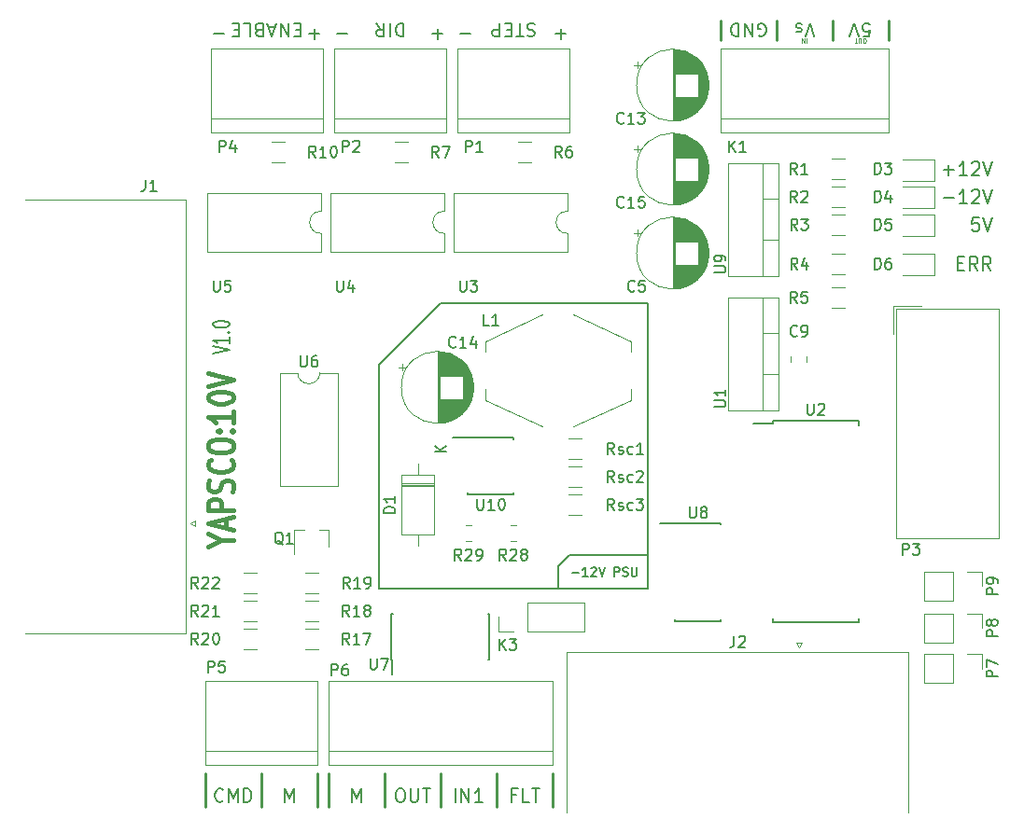
<source format=gbr>
G04 #@! TF.GenerationSoftware,KiCad,Pcbnew,(5.1.0)-1*
G04 #@! TF.CreationDate,2019-04-04T19:18:29+02:00*
G04 #@! TF.ProjectId,YAPSCO,59415053-434f-42e6-9b69-6361645f7063,rev?*
G04 #@! TF.SameCoordinates,PX6a95280PY86ae840*
G04 #@! TF.FileFunction,Legend,Top*
G04 #@! TF.FilePolarity,Positive*
%FSLAX46Y46*%
G04 Gerber Fmt 4.6, Leading zero omitted, Abs format (unit mm)*
G04 Created by KiCad (PCBNEW (5.1.0)-1) date 2019-04-04 19:18:29*
%MOMM*%
%LPD*%
G04 APERTURE LIST*
%ADD10C,0.250000*%
%ADD11C,0.200000*%
%ADD12C,0.150000*%
%ADD13C,0.090000*%
%ADD14C,0.400000*%
%ADD15C,0.120000*%
G04 APERTURE END LIST*
D10*
X56896000Y72390000D02*
X56896000Y70612000D01*
X61976000Y72390000D02*
X61976000Y70612000D01*
X72136000Y72390000D02*
X72136000Y70612000D01*
X67056000Y72390000D02*
X67056000Y70612000D01*
X10160000Y4064000D02*
X10160000Y1016000D01*
X41656000Y4064000D02*
X41656000Y1016000D01*
X21336000Y4064000D02*
X21336000Y1016000D01*
X20320000Y4064000D02*
X20320000Y1016000D01*
D11*
X10862571Y42164191D02*
X12362571Y42497524D01*
X10862571Y42830858D01*
X12362571Y43688000D02*
X12362571Y43116572D01*
X12362571Y43402286D02*
X10862571Y43402286D01*
X11076857Y43307048D01*
X11219714Y43211810D01*
X11291142Y43116572D01*
X12219714Y44116572D02*
X12291142Y44164191D01*
X12362571Y44116572D01*
X12291142Y44068953D01*
X12219714Y44116572D01*
X12362571Y44116572D01*
X10862571Y44783239D02*
X10862571Y44878477D01*
X10934000Y44973715D01*
X11005428Y45021334D01*
X11148285Y45068953D01*
X11434000Y45116572D01*
X11791142Y45116572D01*
X12076857Y45068953D01*
X12219714Y45021334D01*
X12291142Y44973715D01*
X12362571Y44878477D01*
X12362571Y44783239D01*
X12291142Y44688000D01*
X12219714Y44640381D01*
X12076857Y44592762D01*
X11791142Y44545143D01*
X11434000Y44545143D01*
X11148285Y44592762D01*
X11005428Y44640381D01*
X10934000Y44688000D01*
X10862571Y44783239D01*
X42164000Y22860000D02*
X42164000Y20828000D01*
X43180000Y23876000D02*
X42164000Y22860000D01*
X50292000Y23876000D02*
X43180000Y23876000D01*
D12*
X43467976Y22294858D02*
X44077500Y22294858D01*
X44877500Y21990096D02*
X44420357Y21990096D01*
X44648928Y21990096D02*
X44648928Y22790096D01*
X44572738Y22675810D01*
X44496547Y22599620D01*
X44420357Y22561524D01*
X45182261Y22713905D02*
X45220357Y22752000D01*
X45296547Y22790096D01*
X45487023Y22790096D01*
X45563214Y22752000D01*
X45601309Y22713905D01*
X45639404Y22637715D01*
X45639404Y22561524D01*
X45601309Y22447239D01*
X45144166Y21990096D01*
X45639404Y21990096D01*
X45867976Y22790096D02*
X46134642Y21990096D01*
X46401309Y22790096D01*
X47277500Y21990096D02*
X47277500Y22790096D01*
X47582261Y22790096D01*
X47658452Y22752000D01*
X47696547Y22713905D01*
X47734642Y22637715D01*
X47734642Y22523429D01*
X47696547Y22447239D01*
X47658452Y22409143D01*
X47582261Y22371048D01*
X47277500Y22371048D01*
X48039404Y22028191D02*
X48153690Y21990096D01*
X48344166Y21990096D01*
X48420357Y22028191D01*
X48458452Y22066286D01*
X48496547Y22142477D01*
X48496547Y22218667D01*
X48458452Y22294858D01*
X48420357Y22332953D01*
X48344166Y22371048D01*
X48191785Y22409143D01*
X48115595Y22447239D01*
X48077500Y22485334D01*
X48039404Y22561524D01*
X48039404Y22637715D01*
X48077500Y22713905D01*
X48115595Y22752000D01*
X48191785Y22790096D01*
X48382261Y22790096D01*
X48496547Y22752000D01*
X48839404Y22790096D02*
X48839404Y22142477D01*
X48877500Y22066286D01*
X48915595Y22028191D01*
X48991785Y21990096D01*
X49144166Y21990096D01*
X49220357Y22028191D01*
X49258452Y22066286D01*
X49296547Y22142477D01*
X49296547Y22790096D01*
D11*
X25908000Y41148000D02*
X25908000Y20828000D01*
X31496000Y46736000D02*
X25908000Y41148000D01*
X50292000Y46736000D02*
X31496000Y46736000D01*
X50292000Y20828000D02*
X50292000Y46736000D01*
X40640000Y20828000D02*
X50292000Y20828000D01*
X25908000Y20828000D02*
X40640000Y20828000D01*
X78448001Y50377715D02*
X78848001Y50377715D01*
X79019429Y49749143D02*
X78448001Y49749143D01*
X78448001Y50949143D01*
X79019429Y50949143D01*
X80219429Y49749143D02*
X79819429Y50320572D01*
X79533715Y49749143D02*
X79533715Y50949143D01*
X79990858Y50949143D01*
X80105144Y50892000D01*
X80162286Y50834858D01*
X80219429Y50720572D01*
X80219429Y50549143D01*
X80162286Y50434858D01*
X80105144Y50377715D01*
X79990858Y50320572D01*
X79533715Y50320572D01*
X81419429Y49749143D02*
X81019429Y50320572D01*
X80733715Y49749143D02*
X80733715Y50949143D01*
X81190858Y50949143D01*
X81305144Y50892000D01*
X81362286Y50834858D01*
X81419429Y50720572D01*
X81419429Y50549143D01*
X81362286Y50434858D01*
X81305144Y50377715D01*
X81190858Y50320572D01*
X80733715Y50320572D01*
X80333714Y54505143D02*
X79762286Y54505143D01*
X79705143Y53933715D01*
X79762286Y53990858D01*
X79876571Y54048000D01*
X80162286Y54048000D01*
X80276571Y53990858D01*
X80333714Y53933715D01*
X80390857Y53819429D01*
X80390857Y53533715D01*
X80333714Y53419429D01*
X80276571Y53362286D01*
X80162286Y53305143D01*
X79876571Y53305143D01*
X79762286Y53362286D01*
X79705143Y53419429D01*
X80733714Y54505143D02*
X81133714Y53305143D01*
X81533714Y54505143D01*
X77133715Y56302286D02*
X78048001Y56302286D01*
X79248001Y55845143D02*
X78562286Y55845143D01*
X78905143Y55845143D02*
X78905143Y57045143D01*
X78790858Y56873715D01*
X78676572Y56759429D01*
X78562286Y56702286D01*
X79705143Y56930858D02*
X79762286Y56988000D01*
X79876572Y57045143D01*
X80162286Y57045143D01*
X80276572Y56988000D01*
X80333715Y56930858D01*
X80390858Y56816572D01*
X80390858Y56702286D01*
X80333715Y56530858D01*
X79648001Y55845143D01*
X80390858Y55845143D01*
X80733715Y57045143D02*
X81133715Y55845143D01*
X81533715Y57045143D01*
X77133715Y58842286D02*
X78048001Y58842286D01*
X77590858Y58385143D02*
X77590858Y59299429D01*
X79248001Y58385143D02*
X78562286Y58385143D01*
X78905143Y58385143D02*
X78905143Y59585143D01*
X78790858Y59413715D01*
X78676572Y59299429D01*
X78562286Y59242286D01*
X79705143Y59470858D02*
X79762286Y59528000D01*
X79876572Y59585143D01*
X80162286Y59585143D01*
X80276572Y59528000D01*
X80333715Y59470858D01*
X80390858Y59356572D01*
X80390858Y59242286D01*
X80333715Y59070858D01*
X79648001Y58385143D01*
X80390858Y58385143D01*
X80733715Y59585143D02*
X81133715Y58385143D01*
X81533715Y59585143D01*
D13*
X64725523Y70792953D02*
X64725523Y70392953D01*
X64535047Y70792953D02*
X64535047Y70392953D01*
X64306476Y70792953D01*
X64306476Y70392953D01*
X69996000Y70392953D02*
X69919809Y70392953D01*
X69881714Y70412000D01*
X69843619Y70450096D01*
X69824571Y70526286D01*
X69824571Y70659620D01*
X69843619Y70735810D01*
X69881714Y70773905D01*
X69919809Y70792953D01*
X69996000Y70792953D01*
X70034095Y70773905D01*
X70072190Y70735810D01*
X70091238Y70659620D01*
X70091238Y70526286D01*
X70072190Y70450096D01*
X70034095Y70412000D01*
X69996000Y70392953D01*
X69653142Y70392953D02*
X69653142Y70716762D01*
X69634095Y70754858D01*
X69615047Y70773905D01*
X69576952Y70792953D01*
X69500761Y70792953D01*
X69462666Y70773905D01*
X69443619Y70754858D01*
X69424571Y70716762D01*
X69424571Y70392953D01*
X69291238Y70392953D02*
X69062666Y70392953D01*
X69176952Y70792953D02*
X69176952Y70392953D01*
D11*
X69824571Y70970858D02*
X70396000Y70970858D01*
X70453142Y71542286D01*
X70396000Y71485143D01*
X70281714Y71428000D01*
X69996000Y71428000D01*
X69881714Y71485143D01*
X69824571Y71542286D01*
X69767428Y71656572D01*
X69767428Y71942286D01*
X69824571Y72056572D01*
X69881714Y72113715D01*
X69996000Y72170858D01*
X70281714Y72170858D01*
X70396000Y72113715D01*
X70453142Y72056572D01*
X69424571Y70970858D02*
X69024571Y72170858D01*
X68624571Y70970858D01*
X60350285Y71028000D02*
X60464571Y70970858D01*
X60636000Y70970858D01*
X60807428Y71028000D01*
X60921714Y71142286D01*
X60978857Y71256572D01*
X61036000Y71485143D01*
X61036000Y71656572D01*
X60978857Y71885143D01*
X60921714Y71999429D01*
X60807428Y72113715D01*
X60636000Y72170858D01*
X60521714Y72170858D01*
X60350285Y72113715D01*
X60293142Y72056572D01*
X60293142Y71656572D01*
X60521714Y71656572D01*
X59778857Y72170858D02*
X59778857Y70970858D01*
X59093142Y72170858D01*
X59093142Y70970858D01*
X58521714Y72170858D02*
X58521714Y70970858D01*
X58236000Y70970858D01*
X58064571Y71028000D01*
X57950285Y71142286D01*
X57893142Y71256572D01*
X57836000Y71485143D01*
X57836000Y71656572D01*
X57893142Y71885143D01*
X57950285Y71999429D01*
X58064571Y72113715D01*
X58236000Y72170858D01*
X58521714Y72170858D01*
X65401714Y70970858D02*
X65001714Y72170858D01*
X64601714Y70970858D01*
X64258857Y72113715D02*
X64144571Y72170858D01*
X63916000Y72170858D01*
X63801714Y72113715D01*
X63744571Y71999429D01*
X63744571Y71942286D01*
X63801714Y71828000D01*
X63916000Y71770858D01*
X64087428Y71770858D01*
X64201714Y71713715D01*
X64258857Y71599429D01*
X64258857Y71542286D01*
X64201714Y71428000D01*
X64087428Y71370858D01*
X63916000Y71370858D01*
X63801714Y71428000D01*
X34239142Y71205715D02*
X33324857Y71205715D01*
X42875142Y71205715D02*
X41960857Y71205715D01*
X42418000Y71662858D02*
X42418000Y70748572D01*
X23063142Y71205715D02*
X22148857Y71205715D01*
X31699142Y71205715D02*
X30784857Y71205715D01*
X31242000Y71662858D02*
X31242000Y70748572D01*
X11887142Y71205715D02*
X10972857Y71205715D01*
X20523142Y71205715D02*
X19608857Y71205715D01*
X20066000Y71662858D02*
X20066000Y70748572D01*
X40042857Y72113715D02*
X39871428Y72170858D01*
X39585714Y72170858D01*
X39471428Y72113715D01*
X39414285Y72056572D01*
X39357142Y71942286D01*
X39357142Y71828000D01*
X39414285Y71713715D01*
X39471428Y71656572D01*
X39585714Y71599429D01*
X39814285Y71542286D01*
X39928571Y71485143D01*
X39985714Y71428000D01*
X40042857Y71313715D01*
X40042857Y71199429D01*
X39985714Y71085143D01*
X39928571Y71028000D01*
X39814285Y70970858D01*
X39528571Y70970858D01*
X39357142Y71028000D01*
X39014285Y70970858D02*
X38328571Y70970858D01*
X38671428Y72170858D02*
X38671428Y70970858D01*
X37928571Y71542286D02*
X37528571Y71542286D01*
X37357142Y72170858D02*
X37928571Y72170858D01*
X37928571Y70970858D01*
X37357142Y70970858D01*
X36842857Y72170858D02*
X36842857Y70970858D01*
X36385714Y70970858D01*
X36271428Y71028000D01*
X36214285Y71085143D01*
X36157142Y71199429D01*
X36157142Y71370858D01*
X36214285Y71485143D01*
X36271428Y71542286D01*
X36385714Y71599429D01*
X36842857Y71599429D01*
X28124000Y72170858D02*
X28124000Y70970858D01*
X27838285Y70970858D01*
X27666857Y71028000D01*
X27552571Y71142286D01*
X27495428Y71256572D01*
X27438285Y71485143D01*
X27438285Y71656572D01*
X27495428Y71885143D01*
X27552571Y71999429D01*
X27666857Y72113715D01*
X27838285Y72170858D01*
X28124000Y72170858D01*
X26924000Y72170858D02*
X26924000Y70970858D01*
X25666857Y72170858D02*
X26066857Y71599429D01*
X26352571Y72170858D02*
X26352571Y70970858D01*
X25895428Y70970858D01*
X25781142Y71028000D01*
X25724000Y71085143D01*
X25666857Y71199429D01*
X25666857Y71370858D01*
X25724000Y71485143D01*
X25781142Y71542286D01*
X25895428Y71599429D01*
X26352571Y71599429D01*
X18776571Y71542286D02*
X18376571Y71542286D01*
X18205142Y72170858D02*
X18776571Y72170858D01*
X18776571Y70970858D01*
X18205142Y70970858D01*
X17690857Y72170858D02*
X17690857Y70970858D01*
X17005142Y72170858D01*
X17005142Y70970858D01*
X16490857Y71828000D02*
X15919428Y71828000D01*
X16605142Y72170858D02*
X16205142Y70970858D01*
X15805142Y72170858D01*
X15005142Y71542286D02*
X14833714Y71599429D01*
X14776571Y71656572D01*
X14719428Y71770858D01*
X14719428Y71942286D01*
X14776571Y72056572D01*
X14833714Y72113715D01*
X14948000Y72170858D01*
X15405142Y72170858D01*
X15405142Y70970858D01*
X15005142Y70970858D01*
X14890857Y71028000D01*
X14833714Y71085143D01*
X14776571Y71199429D01*
X14776571Y71313715D01*
X14833714Y71428000D01*
X14890857Y71485143D01*
X15005142Y71542286D01*
X15405142Y71542286D01*
X13633714Y72170858D02*
X14205142Y72170858D01*
X14205142Y70970858D01*
X13233714Y71542286D02*
X12833714Y71542286D01*
X12662285Y72170858D02*
X13233714Y72170858D01*
X13233714Y70970858D01*
X12662285Y70970858D01*
D10*
X15240000Y4064000D02*
X15240000Y1016000D01*
D11*
X11785714Y1603429D02*
X11728571Y1546286D01*
X11557142Y1489143D01*
X11442857Y1489143D01*
X11271428Y1546286D01*
X11157142Y1660572D01*
X11100000Y1774858D01*
X11042857Y2003429D01*
X11042857Y2174858D01*
X11100000Y2403429D01*
X11157142Y2517715D01*
X11271428Y2632000D01*
X11442857Y2689143D01*
X11557142Y2689143D01*
X11728571Y2632000D01*
X11785714Y2574858D01*
X12300000Y1489143D02*
X12300000Y2689143D01*
X12700000Y1832000D01*
X13100000Y2689143D01*
X13100000Y1489143D01*
X13671428Y1489143D02*
X13671428Y2689143D01*
X13957142Y2689143D01*
X14128571Y2632000D01*
X14242857Y2517715D01*
X14300000Y2403429D01*
X14357142Y2174858D01*
X14357142Y2003429D01*
X14300000Y1774858D01*
X14242857Y1660572D01*
X14128571Y1546286D01*
X13957142Y1489143D01*
X13671428Y1489143D01*
X17380000Y1489143D02*
X17380000Y2689143D01*
X17780000Y1832000D01*
X18180000Y2689143D01*
X18180000Y1489143D01*
D10*
X26416000Y4064000D02*
X26416000Y1016000D01*
X31496000Y4064000D02*
X31496000Y1016000D01*
D11*
X38344571Y2117715D02*
X37944571Y2117715D01*
X37944571Y1489143D02*
X37944571Y2689143D01*
X38516000Y2689143D01*
X39544571Y1489143D02*
X38973142Y1489143D01*
X38973142Y2689143D01*
X39773142Y2689143D02*
X40458857Y2689143D01*
X40116000Y1489143D02*
X40116000Y2689143D01*
X32836000Y1489143D02*
X32836000Y2689143D01*
X33407428Y1489143D02*
X33407428Y2689143D01*
X34093142Y1489143D01*
X34093142Y2689143D01*
X35293142Y1489143D02*
X34607428Y1489143D01*
X34950285Y1489143D02*
X34950285Y2689143D01*
X34836000Y2517715D01*
X34721714Y2403429D01*
X34607428Y2346286D01*
X23476000Y1489143D02*
X23476000Y2689143D01*
X23876000Y1832000D01*
X24276000Y2689143D01*
X24276000Y1489143D01*
X27756000Y2689143D02*
X27984571Y2689143D01*
X28098857Y2632000D01*
X28213142Y2517715D01*
X28270285Y2289143D01*
X28270285Y1889143D01*
X28213142Y1660572D01*
X28098857Y1546286D01*
X27984571Y1489143D01*
X27756000Y1489143D01*
X27641714Y1546286D01*
X27527428Y1660572D01*
X27470285Y1889143D01*
X27470285Y2289143D01*
X27527428Y2517715D01*
X27641714Y2632000D01*
X27756000Y2689143D01*
X28784571Y2689143D02*
X28784571Y1717715D01*
X28841714Y1603429D01*
X28898857Y1546286D01*
X29013142Y1489143D01*
X29241714Y1489143D01*
X29356000Y1546286D01*
X29413142Y1603429D01*
X29470285Y1717715D01*
X29470285Y2689143D01*
X29870285Y2689143D02*
X30556000Y2689143D01*
X30213142Y1489143D02*
X30213142Y2689143D01*
D10*
X36576000Y4064000D02*
X36576000Y1016000D01*
D14*
X11629238Y25226286D02*
X12724476Y25226286D01*
X10424476Y24626286D02*
X11629238Y25226286D01*
X10424476Y25826286D01*
X12067333Y26340572D02*
X12067333Y27197715D01*
X12724476Y26169143D02*
X10424476Y26769143D01*
X12724476Y27369143D01*
X12724476Y27969143D02*
X10424476Y27969143D01*
X10424476Y28654858D01*
X10534000Y28826286D01*
X10643523Y28912000D01*
X10862571Y28997715D01*
X11191142Y28997715D01*
X11410190Y28912000D01*
X11519714Y28826286D01*
X11629238Y28654858D01*
X11629238Y27969143D01*
X12614952Y29683429D02*
X12724476Y29940572D01*
X12724476Y30369143D01*
X12614952Y30540572D01*
X12505428Y30626286D01*
X12286380Y30712000D01*
X12067333Y30712000D01*
X11848285Y30626286D01*
X11738761Y30540572D01*
X11629238Y30369143D01*
X11519714Y30026286D01*
X11410190Y29854858D01*
X11300666Y29769143D01*
X11081619Y29683429D01*
X10862571Y29683429D01*
X10643523Y29769143D01*
X10534000Y29854858D01*
X10424476Y30026286D01*
X10424476Y30454858D01*
X10534000Y30712000D01*
X12505428Y32512000D02*
X12614952Y32426286D01*
X12724476Y32169143D01*
X12724476Y31997715D01*
X12614952Y31740572D01*
X12395904Y31569143D01*
X12176857Y31483429D01*
X11738761Y31397715D01*
X11410190Y31397715D01*
X10972095Y31483429D01*
X10753047Y31569143D01*
X10534000Y31740572D01*
X10424476Y31997715D01*
X10424476Y32169143D01*
X10534000Y32426286D01*
X10643523Y32512000D01*
X10424476Y33626286D02*
X10424476Y33969143D01*
X10534000Y34140572D01*
X10753047Y34312000D01*
X11191142Y34397715D01*
X11957809Y34397715D01*
X12395904Y34312000D01*
X12614952Y34140572D01*
X12724476Y33969143D01*
X12724476Y33626286D01*
X12614952Y33454858D01*
X12395904Y33283429D01*
X11957809Y33197715D01*
X11191142Y33197715D01*
X10753047Y33283429D01*
X10534000Y33454858D01*
X10424476Y33626286D01*
X12505428Y35169143D02*
X12614952Y35254858D01*
X12724476Y35169143D01*
X12614952Y35083429D01*
X12505428Y35169143D01*
X12724476Y35169143D01*
X11300666Y35169143D02*
X11410190Y35254858D01*
X11519714Y35169143D01*
X11410190Y35083429D01*
X11300666Y35169143D01*
X11519714Y35169143D01*
X12724476Y36969143D02*
X12724476Y35940572D01*
X12724476Y36454858D02*
X10424476Y36454858D01*
X10753047Y36283429D01*
X10972095Y36112000D01*
X11081619Y35940572D01*
X10424476Y38083429D02*
X10424476Y38254858D01*
X10534000Y38426286D01*
X10643523Y38512000D01*
X10862571Y38597715D01*
X11300666Y38683429D01*
X11848285Y38683429D01*
X12286380Y38597715D01*
X12505428Y38512000D01*
X12614952Y38426286D01*
X12724476Y38254858D01*
X12724476Y38083429D01*
X12614952Y37912000D01*
X12505428Y37826286D01*
X12286380Y37740572D01*
X11848285Y37654858D01*
X11300666Y37654858D01*
X10862571Y37740572D01*
X10643523Y37826286D01*
X10534000Y37912000D01*
X10424476Y38083429D01*
X10424476Y39197715D02*
X12724476Y39797715D01*
X10424476Y40397715D01*
D12*
X27071000Y14435000D02*
X27071000Y13060000D01*
X35946000Y14435000D02*
X35946000Y18585000D01*
X27046000Y14435000D02*
X27046000Y18585000D01*
X35946000Y14435000D02*
X35831000Y14435000D01*
X35946000Y18585000D02*
X35831000Y18585000D01*
X27046000Y18585000D02*
X27161000Y18585000D01*
X27046000Y14435000D02*
X27071000Y14435000D01*
D15*
X49372759Y53462000D02*
X49372759Y52832000D01*
X49057759Y53147000D02*
X49687759Y53147000D01*
X55799000Y51710000D02*
X55799000Y50906000D01*
X55759000Y51941000D02*
X55759000Y50675000D01*
X55719000Y52110000D02*
X55719000Y50506000D01*
X55679000Y52248000D02*
X55679000Y50368000D01*
X55639000Y52367000D02*
X55639000Y50249000D01*
X55599000Y52473000D02*
X55599000Y50143000D01*
X55559000Y52570000D02*
X55559000Y50046000D01*
X55519000Y52658000D02*
X55519000Y49958000D01*
X55479000Y52740000D02*
X55479000Y49876000D01*
X55439000Y52817000D02*
X55439000Y49799000D01*
X55399000Y52889000D02*
X55399000Y49727000D01*
X55359000Y52958000D02*
X55359000Y49658000D01*
X55319000Y53022000D02*
X55319000Y49594000D01*
X55279000Y53084000D02*
X55279000Y49532000D01*
X55239000Y53142000D02*
X55239000Y49474000D01*
X55199000Y53198000D02*
X55199000Y49418000D01*
X55159000Y53252000D02*
X55159000Y49364000D01*
X55119000Y53303000D02*
X55119000Y49313000D01*
X55079000Y53352000D02*
X55079000Y49264000D01*
X55039000Y53400000D02*
X55039000Y49216000D01*
X54999000Y53445000D02*
X54999000Y49171000D01*
X54959000Y53490000D02*
X54959000Y49126000D01*
X54919000Y53532000D02*
X54919000Y49084000D01*
X54879000Y53573000D02*
X54879000Y49043000D01*
X54839000Y50268000D02*
X54839000Y49003000D01*
X54839000Y53613000D02*
X54839000Y52348000D01*
X54799000Y50268000D02*
X54799000Y48965000D01*
X54799000Y53651000D02*
X54799000Y52348000D01*
X54759000Y50268000D02*
X54759000Y48928000D01*
X54759000Y53688000D02*
X54759000Y52348000D01*
X54719000Y50268000D02*
X54719000Y48892000D01*
X54719000Y53724000D02*
X54719000Y52348000D01*
X54679000Y50268000D02*
X54679000Y48858000D01*
X54679000Y53758000D02*
X54679000Y52348000D01*
X54639000Y50268000D02*
X54639000Y48824000D01*
X54639000Y53792000D02*
X54639000Y52348000D01*
X54599000Y50268000D02*
X54599000Y48792000D01*
X54599000Y53824000D02*
X54599000Y52348000D01*
X54559000Y50268000D02*
X54559000Y48760000D01*
X54559000Y53856000D02*
X54559000Y52348000D01*
X54519000Y50268000D02*
X54519000Y48730000D01*
X54519000Y53886000D02*
X54519000Y52348000D01*
X54479000Y50268000D02*
X54479000Y48701000D01*
X54479000Y53915000D02*
X54479000Y52348000D01*
X54439000Y50268000D02*
X54439000Y48672000D01*
X54439000Y53944000D02*
X54439000Y52348000D01*
X54399000Y50268000D02*
X54399000Y48644000D01*
X54399000Y53972000D02*
X54399000Y52348000D01*
X54359000Y50268000D02*
X54359000Y48618000D01*
X54359000Y53998000D02*
X54359000Y52348000D01*
X54319000Y50268000D02*
X54319000Y48592000D01*
X54319000Y54024000D02*
X54319000Y52348000D01*
X54279000Y50268000D02*
X54279000Y48566000D01*
X54279000Y54050000D02*
X54279000Y52348000D01*
X54239000Y50268000D02*
X54239000Y48542000D01*
X54239000Y54074000D02*
X54239000Y52348000D01*
X54199000Y50268000D02*
X54199000Y48518000D01*
X54199000Y54098000D02*
X54199000Y52348000D01*
X54159000Y50268000D02*
X54159000Y48496000D01*
X54159000Y54120000D02*
X54159000Y52348000D01*
X54119000Y50268000D02*
X54119000Y48474000D01*
X54119000Y54142000D02*
X54119000Y52348000D01*
X54079000Y50268000D02*
X54079000Y48452000D01*
X54079000Y54164000D02*
X54079000Y52348000D01*
X54039000Y50268000D02*
X54039000Y48432000D01*
X54039000Y54184000D02*
X54039000Y52348000D01*
X53999000Y50268000D02*
X53999000Y48412000D01*
X53999000Y54204000D02*
X53999000Y52348000D01*
X53959000Y50268000D02*
X53959000Y48392000D01*
X53959000Y54224000D02*
X53959000Y52348000D01*
X53919000Y50268000D02*
X53919000Y48374000D01*
X53919000Y54242000D02*
X53919000Y52348000D01*
X53879000Y50268000D02*
X53879000Y48356000D01*
X53879000Y54260000D02*
X53879000Y52348000D01*
X53839000Y50268000D02*
X53839000Y48338000D01*
X53839000Y54278000D02*
X53839000Y52348000D01*
X53799000Y50268000D02*
X53799000Y48322000D01*
X53799000Y54294000D02*
X53799000Y52348000D01*
X53759000Y50268000D02*
X53759000Y48306000D01*
X53759000Y54310000D02*
X53759000Y52348000D01*
X53719000Y50268000D02*
X53719000Y48290000D01*
X53719000Y54326000D02*
X53719000Y52348000D01*
X53679000Y50268000D02*
X53679000Y48275000D01*
X53679000Y54341000D02*
X53679000Y52348000D01*
X53639000Y50268000D02*
X53639000Y48261000D01*
X53639000Y54355000D02*
X53639000Y52348000D01*
X53599000Y50268000D02*
X53599000Y48247000D01*
X53599000Y54369000D02*
X53599000Y52348000D01*
X53559000Y50268000D02*
X53559000Y48234000D01*
X53559000Y54382000D02*
X53559000Y52348000D01*
X53519000Y50268000D02*
X53519000Y48222000D01*
X53519000Y54394000D02*
X53519000Y52348000D01*
X53479000Y50268000D02*
X53479000Y48210000D01*
X53479000Y54406000D02*
X53479000Y52348000D01*
X53439000Y50268000D02*
X53439000Y48198000D01*
X53439000Y54418000D02*
X53439000Y52348000D01*
X53399000Y50268000D02*
X53399000Y48187000D01*
X53399000Y54429000D02*
X53399000Y52348000D01*
X53359000Y50268000D02*
X53359000Y48177000D01*
X53359000Y54439000D02*
X53359000Y52348000D01*
X53319000Y50268000D02*
X53319000Y48167000D01*
X53319000Y54449000D02*
X53319000Y52348000D01*
X53279000Y50268000D02*
X53279000Y48158000D01*
X53279000Y54458000D02*
X53279000Y52348000D01*
X53238000Y50268000D02*
X53238000Y48149000D01*
X53238000Y54467000D02*
X53238000Y52348000D01*
X53198000Y50268000D02*
X53198000Y48141000D01*
X53198000Y54475000D02*
X53198000Y52348000D01*
X53158000Y50268000D02*
X53158000Y48133000D01*
X53158000Y54483000D02*
X53158000Y52348000D01*
X53118000Y50268000D02*
X53118000Y48126000D01*
X53118000Y54490000D02*
X53118000Y52348000D01*
X53078000Y50268000D02*
X53078000Y48119000D01*
X53078000Y54497000D02*
X53078000Y52348000D01*
X53038000Y50268000D02*
X53038000Y48113000D01*
X53038000Y54503000D02*
X53038000Y52348000D01*
X52998000Y50268000D02*
X52998000Y48107000D01*
X52998000Y54509000D02*
X52998000Y52348000D01*
X52958000Y50268000D02*
X52958000Y48102000D01*
X52958000Y54514000D02*
X52958000Y52348000D01*
X52918000Y50268000D02*
X52918000Y48097000D01*
X52918000Y54519000D02*
X52918000Y52348000D01*
X52878000Y50268000D02*
X52878000Y48093000D01*
X52878000Y54523000D02*
X52878000Y52348000D01*
X52838000Y50268000D02*
X52838000Y48090000D01*
X52838000Y54526000D02*
X52838000Y52348000D01*
X52798000Y50268000D02*
X52798000Y48086000D01*
X52798000Y54530000D02*
X52798000Y52348000D01*
X52758000Y54532000D02*
X52758000Y48084000D01*
X52718000Y54535000D02*
X52718000Y48081000D01*
X52678000Y54536000D02*
X52678000Y48080000D01*
X52638000Y54538000D02*
X52638000Y48078000D01*
X52598000Y54538000D02*
X52598000Y48078000D01*
X52558000Y54538000D02*
X52558000Y48078000D01*
X55828000Y51308000D02*
G75*
G03X55828000Y51308000I-3270000J0D01*
G01*
X64718000Y41394748D02*
X64718000Y41917252D01*
X63298000Y41394748D02*
X63298000Y41917252D01*
X49372759Y68702000D02*
X49372759Y68072000D01*
X49057759Y68387000D02*
X49687759Y68387000D01*
X55799000Y66950000D02*
X55799000Y66146000D01*
X55759000Y67181000D02*
X55759000Y65915000D01*
X55719000Y67350000D02*
X55719000Y65746000D01*
X55679000Y67488000D02*
X55679000Y65608000D01*
X55639000Y67607000D02*
X55639000Y65489000D01*
X55599000Y67713000D02*
X55599000Y65383000D01*
X55559000Y67810000D02*
X55559000Y65286000D01*
X55519000Y67898000D02*
X55519000Y65198000D01*
X55479000Y67980000D02*
X55479000Y65116000D01*
X55439000Y68057000D02*
X55439000Y65039000D01*
X55399000Y68129000D02*
X55399000Y64967000D01*
X55359000Y68198000D02*
X55359000Y64898000D01*
X55319000Y68262000D02*
X55319000Y64834000D01*
X55279000Y68324000D02*
X55279000Y64772000D01*
X55239000Y68382000D02*
X55239000Y64714000D01*
X55199000Y68438000D02*
X55199000Y64658000D01*
X55159000Y68492000D02*
X55159000Y64604000D01*
X55119000Y68543000D02*
X55119000Y64553000D01*
X55079000Y68592000D02*
X55079000Y64504000D01*
X55039000Y68640000D02*
X55039000Y64456000D01*
X54999000Y68685000D02*
X54999000Y64411000D01*
X54959000Y68730000D02*
X54959000Y64366000D01*
X54919000Y68772000D02*
X54919000Y64324000D01*
X54879000Y68813000D02*
X54879000Y64283000D01*
X54839000Y65508000D02*
X54839000Y64243000D01*
X54839000Y68853000D02*
X54839000Y67588000D01*
X54799000Y65508000D02*
X54799000Y64205000D01*
X54799000Y68891000D02*
X54799000Y67588000D01*
X54759000Y65508000D02*
X54759000Y64168000D01*
X54759000Y68928000D02*
X54759000Y67588000D01*
X54719000Y65508000D02*
X54719000Y64132000D01*
X54719000Y68964000D02*
X54719000Y67588000D01*
X54679000Y65508000D02*
X54679000Y64098000D01*
X54679000Y68998000D02*
X54679000Y67588000D01*
X54639000Y65508000D02*
X54639000Y64064000D01*
X54639000Y69032000D02*
X54639000Y67588000D01*
X54599000Y65508000D02*
X54599000Y64032000D01*
X54599000Y69064000D02*
X54599000Y67588000D01*
X54559000Y65508000D02*
X54559000Y64000000D01*
X54559000Y69096000D02*
X54559000Y67588000D01*
X54519000Y65508000D02*
X54519000Y63970000D01*
X54519000Y69126000D02*
X54519000Y67588000D01*
X54479000Y65508000D02*
X54479000Y63941000D01*
X54479000Y69155000D02*
X54479000Y67588000D01*
X54439000Y65508000D02*
X54439000Y63912000D01*
X54439000Y69184000D02*
X54439000Y67588000D01*
X54399000Y65508000D02*
X54399000Y63884000D01*
X54399000Y69212000D02*
X54399000Y67588000D01*
X54359000Y65508000D02*
X54359000Y63858000D01*
X54359000Y69238000D02*
X54359000Y67588000D01*
X54319000Y65508000D02*
X54319000Y63832000D01*
X54319000Y69264000D02*
X54319000Y67588000D01*
X54279000Y65508000D02*
X54279000Y63806000D01*
X54279000Y69290000D02*
X54279000Y67588000D01*
X54239000Y65508000D02*
X54239000Y63782000D01*
X54239000Y69314000D02*
X54239000Y67588000D01*
X54199000Y65508000D02*
X54199000Y63758000D01*
X54199000Y69338000D02*
X54199000Y67588000D01*
X54159000Y65508000D02*
X54159000Y63736000D01*
X54159000Y69360000D02*
X54159000Y67588000D01*
X54119000Y65508000D02*
X54119000Y63714000D01*
X54119000Y69382000D02*
X54119000Y67588000D01*
X54079000Y65508000D02*
X54079000Y63692000D01*
X54079000Y69404000D02*
X54079000Y67588000D01*
X54039000Y65508000D02*
X54039000Y63672000D01*
X54039000Y69424000D02*
X54039000Y67588000D01*
X53999000Y65508000D02*
X53999000Y63652000D01*
X53999000Y69444000D02*
X53999000Y67588000D01*
X53959000Y65508000D02*
X53959000Y63632000D01*
X53959000Y69464000D02*
X53959000Y67588000D01*
X53919000Y65508000D02*
X53919000Y63614000D01*
X53919000Y69482000D02*
X53919000Y67588000D01*
X53879000Y65508000D02*
X53879000Y63596000D01*
X53879000Y69500000D02*
X53879000Y67588000D01*
X53839000Y65508000D02*
X53839000Y63578000D01*
X53839000Y69518000D02*
X53839000Y67588000D01*
X53799000Y65508000D02*
X53799000Y63562000D01*
X53799000Y69534000D02*
X53799000Y67588000D01*
X53759000Y65508000D02*
X53759000Y63546000D01*
X53759000Y69550000D02*
X53759000Y67588000D01*
X53719000Y65508000D02*
X53719000Y63530000D01*
X53719000Y69566000D02*
X53719000Y67588000D01*
X53679000Y65508000D02*
X53679000Y63515000D01*
X53679000Y69581000D02*
X53679000Y67588000D01*
X53639000Y65508000D02*
X53639000Y63501000D01*
X53639000Y69595000D02*
X53639000Y67588000D01*
X53599000Y65508000D02*
X53599000Y63487000D01*
X53599000Y69609000D02*
X53599000Y67588000D01*
X53559000Y65508000D02*
X53559000Y63474000D01*
X53559000Y69622000D02*
X53559000Y67588000D01*
X53519000Y65508000D02*
X53519000Y63462000D01*
X53519000Y69634000D02*
X53519000Y67588000D01*
X53479000Y65508000D02*
X53479000Y63450000D01*
X53479000Y69646000D02*
X53479000Y67588000D01*
X53439000Y65508000D02*
X53439000Y63438000D01*
X53439000Y69658000D02*
X53439000Y67588000D01*
X53399000Y65508000D02*
X53399000Y63427000D01*
X53399000Y69669000D02*
X53399000Y67588000D01*
X53359000Y65508000D02*
X53359000Y63417000D01*
X53359000Y69679000D02*
X53359000Y67588000D01*
X53319000Y65508000D02*
X53319000Y63407000D01*
X53319000Y69689000D02*
X53319000Y67588000D01*
X53279000Y65508000D02*
X53279000Y63398000D01*
X53279000Y69698000D02*
X53279000Y67588000D01*
X53238000Y65508000D02*
X53238000Y63389000D01*
X53238000Y69707000D02*
X53238000Y67588000D01*
X53198000Y65508000D02*
X53198000Y63381000D01*
X53198000Y69715000D02*
X53198000Y67588000D01*
X53158000Y65508000D02*
X53158000Y63373000D01*
X53158000Y69723000D02*
X53158000Y67588000D01*
X53118000Y65508000D02*
X53118000Y63366000D01*
X53118000Y69730000D02*
X53118000Y67588000D01*
X53078000Y65508000D02*
X53078000Y63359000D01*
X53078000Y69737000D02*
X53078000Y67588000D01*
X53038000Y65508000D02*
X53038000Y63353000D01*
X53038000Y69743000D02*
X53038000Y67588000D01*
X52998000Y65508000D02*
X52998000Y63347000D01*
X52998000Y69749000D02*
X52998000Y67588000D01*
X52958000Y65508000D02*
X52958000Y63342000D01*
X52958000Y69754000D02*
X52958000Y67588000D01*
X52918000Y65508000D02*
X52918000Y63337000D01*
X52918000Y69759000D02*
X52918000Y67588000D01*
X52878000Y65508000D02*
X52878000Y63333000D01*
X52878000Y69763000D02*
X52878000Y67588000D01*
X52838000Y65508000D02*
X52838000Y63330000D01*
X52838000Y69766000D02*
X52838000Y67588000D01*
X52798000Y65508000D02*
X52798000Y63326000D01*
X52798000Y69770000D02*
X52798000Y67588000D01*
X52758000Y69772000D02*
X52758000Y63324000D01*
X52718000Y69775000D02*
X52718000Y63321000D01*
X52678000Y69776000D02*
X52678000Y63320000D01*
X52638000Y69778000D02*
X52638000Y63318000D01*
X52598000Y69778000D02*
X52598000Y63318000D01*
X52558000Y69778000D02*
X52558000Y63318000D01*
X55828000Y66548000D02*
G75*
G03X55828000Y66548000I-3270000J0D01*
G01*
X28036759Y41270000D02*
X28036759Y40640000D01*
X27721759Y40955000D02*
X28351759Y40955000D01*
X34463000Y39518000D02*
X34463000Y38714000D01*
X34423000Y39749000D02*
X34423000Y38483000D01*
X34383000Y39918000D02*
X34383000Y38314000D01*
X34343000Y40056000D02*
X34343000Y38176000D01*
X34303000Y40175000D02*
X34303000Y38057000D01*
X34263000Y40281000D02*
X34263000Y37951000D01*
X34223000Y40378000D02*
X34223000Y37854000D01*
X34183000Y40466000D02*
X34183000Y37766000D01*
X34143000Y40548000D02*
X34143000Y37684000D01*
X34103000Y40625000D02*
X34103000Y37607000D01*
X34063000Y40697000D02*
X34063000Y37535000D01*
X34023000Y40766000D02*
X34023000Y37466000D01*
X33983000Y40830000D02*
X33983000Y37402000D01*
X33943000Y40892000D02*
X33943000Y37340000D01*
X33903000Y40950000D02*
X33903000Y37282000D01*
X33863000Y41006000D02*
X33863000Y37226000D01*
X33823000Y41060000D02*
X33823000Y37172000D01*
X33783000Y41111000D02*
X33783000Y37121000D01*
X33743000Y41160000D02*
X33743000Y37072000D01*
X33703000Y41208000D02*
X33703000Y37024000D01*
X33663000Y41253000D02*
X33663000Y36979000D01*
X33623000Y41298000D02*
X33623000Y36934000D01*
X33583000Y41340000D02*
X33583000Y36892000D01*
X33543000Y41381000D02*
X33543000Y36851000D01*
X33503000Y38076000D02*
X33503000Y36811000D01*
X33503000Y41421000D02*
X33503000Y40156000D01*
X33463000Y38076000D02*
X33463000Y36773000D01*
X33463000Y41459000D02*
X33463000Y40156000D01*
X33423000Y38076000D02*
X33423000Y36736000D01*
X33423000Y41496000D02*
X33423000Y40156000D01*
X33383000Y38076000D02*
X33383000Y36700000D01*
X33383000Y41532000D02*
X33383000Y40156000D01*
X33343000Y38076000D02*
X33343000Y36666000D01*
X33343000Y41566000D02*
X33343000Y40156000D01*
X33303000Y38076000D02*
X33303000Y36632000D01*
X33303000Y41600000D02*
X33303000Y40156000D01*
X33263000Y38076000D02*
X33263000Y36600000D01*
X33263000Y41632000D02*
X33263000Y40156000D01*
X33223000Y38076000D02*
X33223000Y36568000D01*
X33223000Y41664000D02*
X33223000Y40156000D01*
X33183000Y38076000D02*
X33183000Y36538000D01*
X33183000Y41694000D02*
X33183000Y40156000D01*
X33143000Y38076000D02*
X33143000Y36509000D01*
X33143000Y41723000D02*
X33143000Y40156000D01*
X33103000Y38076000D02*
X33103000Y36480000D01*
X33103000Y41752000D02*
X33103000Y40156000D01*
X33063000Y38076000D02*
X33063000Y36452000D01*
X33063000Y41780000D02*
X33063000Y40156000D01*
X33023000Y38076000D02*
X33023000Y36426000D01*
X33023000Y41806000D02*
X33023000Y40156000D01*
X32983000Y38076000D02*
X32983000Y36400000D01*
X32983000Y41832000D02*
X32983000Y40156000D01*
X32943000Y38076000D02*
X32943000Y36374000D01*
X32943000Y41858000D02*
X32943000Y40156000D01*
X32903000Y38076000D02*
X32903000Y36350000D01*
X32903000Y41882000D02*
X32903000Y40156000D01*
X32863000Y38076000D02*
X32863000Y36326000D01*
X32863000Y41906000D02*
X32863000Y40156000D01*
X32823000Y38076000D02*
X32823000Y36304000D01*
X32823000Y41928000D02*
X32823000Y40156000D01*
X32783000Y38076000D02*
X32783000Y36282000D01*
X32783000Y41950000D02*
X32783000Y40156000D01*
X32743000Y38076000D02*
X32743000Y36260000D01*
X32743000Y41972000D02*
X32743000Y40156000D01*
X32703000Y38076000D02*
X32703000Y36240000D01*
X32703000Y41992000D02*
X32703000Y40156000D01*
X32663000Y38076000D02*
X32663000Y36220000D01*
X32663000Y42012000D02*
X32663000Y40156000D01*
X32623000Y38076000D02*
X32623000Y36200000D01*
X32623000Y42032000D02*
X32623000Y40156000D01*
X32583000Y38076000D02*
X32583000Y36182000D01*
X32583000Y42050000D02*
X32583000Y40156000D01*
X32543000Y38076000D02*
X32543000Y36164000D01*
X32543000Y42068000D02*
X32543000Y40156000D01*
X32503000Y38076000D02*
X32503000Y36146000D01*
X32503000Y42086000D02*
X32503000Y40156000D01*
X32463000Y38076000D02*
X32463000Y36130000D01*
X32463000Y42102000D02*
X32463000Y40156000D01*
X32423000Y38076000D02*
X32423000Y36114000D01*
X32423000Y42118000D02*
X32423000Y40156000D01*
X32383000Y38076000D02*
X32383000Y36098000D01*
X32383000Y42134000D02*
X32383000Y40156000D01*
X32343000Y38076000D02*
X32343000Y36083000D01*
X32343000Y42149000D02*
X32343000Y40156000D01*
X32303000Y38076000D02*
X32303000Y36069000D01*
X32303000Y42163000D02*
X32303000Y40156000D01*
X32263000Y38076000D02*
X32263000Y36055000D01*
X32263000Y42177000D02*
X32263000Y40156000D01*
X32223000Y38076000D02*
X32223000Y36042000D01*
X32223000Y42190000D02*
X32223000Y40156000D01*
X32183000Y38076000D02*
X32183000Y36030000D01*
X32183000Y42202000D02*
X32183000Y40156000D01*
X32143000Y38076000D02*
X32143000Y36018000D01*
X32143000Y42214000D02*
X32143000Y40156000D01*
X32103000Y38076000D02*
X32103000Y36006000D01*
X32103000Y42226000D02*
X32103000Y40156000D01*
X32063000Y38076000D02*
X32063000Y35995000D01*
X32063000Y42237000D02*
X32063000Y40156000D01*
X32023000Y38076000D02*
X32023000Y35985000D01*
X32023000Y42247000D02*
X32023000Y40156000D01*
X31983000Y38076000D02*
X31983000Y35975000D01*
X31983000Y42257000D02*
X31983000Y40156000D01*
X31943000Y38076000D02*
X31943000Y35966000D01*
X31943000Y42266000D02*
X31943000Y40156000D01*
X31902000Y38076000D02*
X31902000Y35957000D01*
X31902000Y42275000D02*
X31902000Y40156000D01*
X31862000Y38076000D02*
X31862000Y35949000D01*
X31862000Y42283000D02*
X31862000Y40156000D01*
X31822000Y38076000D02*
X31822000Y35941000D01*
X31822000Y42291000D02*
X31822000Y40156000D01*
X31782000Y38076000D02*
X31782000Y35934000D01*
X31782000Y42298000D02*
X31782000Y40156000D01*
X31742000Y38076000D02*
X31742000Y35927000D01*
X31742000Y42305000D02*
X31742000Y40156000D01*
X31702000Y38076000D02*
X31702000Y35921000D01*
X31702000Y42311000D02*
X31702000Y40156000D01*
X31662000Y38076000D02*
X31662000Y35915000D01*
X31662000Y42317000D02*
X31662000Y40156000D01*
X31622000Y38076000D02*
X31622000Y35910000D01*
X31622000Y42322000D02*
X31622000Y40156000D01*
X31582000Y38076000D02*
X31582000Y35905000D01*
X31582000Y42327000D02*
X31582000Y40156000D01*
X31542000Y38076000D02*
X31542000Y35901000D01*
X31542000Y42331000D02*
X31542000Y40156000D01*
X31502000Y38076000D02*
X31502000Y35898000D01*
X31502000Y42334000D02*
X31502000Y40156000D01*
X31462000Y38076000D02*
X31462000Y35894000D01*
X31462000Y42338000D02*
X31462000Y40156000D01*
X31422000Y42340000D02*
X31422000Y35892000D01*
X31382000Y42343000D02*
X31382000Y35889000D01*
X31342000Y42344000D02*
X31342000Y35888000D01*
X31302000Y42346000D02*
X31302000Y35886000D01*
X31262000Y42346000D02*
X31262000Y35886000D01*
X31222000Y42346000D02*
X31222000Y35886000D01*
X34492000Y39116000D02*
G75*
G03X34492000Y39116000I-3270000J0D01*
G01*
X49372759Y61082000D02*
X49372759Y60452000D01*
X49057759Y60767000D02*
X49687759Y60767000D01*
X55799000Y59330000D02*
X55799000Y58526000D01*
X55759000Y59561000D02*
X55759000Y58295000D01*
X55719000Y59730000D02*
X55719000Y58126000D01*
X55679000Y59868000D02*
X55679000Y57988000D01*
X55639000Y59987000D02*
X55639000Y57869000D01*
X55599000Y60093000D02*
X55599000Y57763000D01*
X55559000Y60190000D02*
X55559000Y57666000D01*
X55519000Y60278000D02*
X55519000Y57578000D01*
X55479000Y60360000D02*
X55479000Y57496000D01*
X55439000Y60437000D02*
X55439000Y57419000D01*
X55399000Y60509000D02*
X55399000Y57347000D01*
X55359000Y60578000D02*
X55359000Y57278000D01*
X55319000Y60642000D02*
X55319000Y57214000D01*
X55279000Y60704000D02*
X55279000Y57152000D01*
X55239000Y60762000D02*
X55239000Y57094000D01*
X55199000Y60818000D02*
X55199000Y57038000D01*
X55159000Y60872000D02*
X55159000Y56984000D01*
X55119000Y60923000D02*
X55119000Y56933000D01*
X55079000Y60972000D02*
X55079000Y56884000D01*
X55039000Y61020000D02*
X55039000Y56836000D01*
X54999000Y61065000D02*
X54999000Y56791000D01*
X54959000Y61110000D02*
X54959000Y56746000D01*
X54919000Y61152000D02*
X54919000Y56704000D01*
X54879000Y61193000D02*
X54879000Y56663000D01*
X54839000Y57888000D02*
X54839000Y56623000D01*
X54839000Y61233000D02*
X54839000Y59968000D01*
X54799000Y57888000D02*
X54799000Y56585000D01*
X54799000Y61271000D02*
X54799000Y59968000D01*
X54759000Y57888000D02*
X54759000Y56548000D01*
X54759000Y61308000D02*
X54759000Y59968000D01*
X54719000Y57888000D02*
X54719000Y56512000D01*
X54719000Y61344000D02*
X54719000Y59968000D01*
X54679000Y57888000D02*
X54679000Y56478000D01*
X54679000Y61378000D02*
X54679000Y59968000D01*
X54639000Y57888000D02*
X54639000Y56444000D01*
X54639000Y61412000D02*
X54639000Y59968000D01*
X54599000Y57888000D02*
X54599000Y56412000D01*
X54599000Y61444000D02*
X54599000Y59968000D01*
X54559000Y57888000D02*
X54559000Y56380000D01*
X54559000Y61476000D02*
X54559000Y59968000D01*
X54519000Y57888000D02*
X54519000Y56350000D01*
X54519000Y61506000D02*
X54519000Y59968000D01*
X54479000Y57888000D02*
X54479000Y56321000D01*
X54479000Y61535000D02*
X54479000Y59968000D01*
X54439000Y57888000D02*
X54439000Y56292000D01*
X54439000Y61564000D02*
X54439000Y59968000D01*
X54399000Y57888000D02*
X54399000Y56264000D01*
X54399000Y61592000D02*
X54399000Y59968000D01*
X54359000Y57888000D02*
X54359000Y56238000D01*
X54359000Y61618000D02*
X54359000Y59968000D01*
X54319000Y57888000D02*
X54319000Y56212000D01*
X54319000Y61644000D02*
X54319000Y59968000D01*
X54279000Y57888000D02*
X54279000Y56186000D01*
X54279000Y61670000D02*
X54279000Y59968000D01*
X54239000Y57888000D02*
X54239000Y56162000D01*
X54239000Y61694000D02*
X54239000Y59968000D01*
X54199000Y57888000D02*
X54199000Y56138000D01*
X54199000Y61718000D02*
X54199000Y59968000D01*
X54159000Y57888000D02*
X54159000Y56116000D01*
X54159000Y61740000D02*
X54159000Y59968000D01*
X54119000Y57888000D02*
X54119000Y56094000D01*
X54119000Y61762000D02*
X54119000Y59968000D01*
X54079000Y57888000D02*
X54079000Y56072000D01*
X54079000Y61784000D02*
X54079000Y59968000D01*
X54039000Y57888000D02*
X54039000Y56052000D01*
X54039000Y61804000D02*
X54039000Y59968000D01*
X53999000Y57888000D02*
X53999000Y56032000D01*
X53999000Y61824000D02*
X53999000Y59968000D01*
X53959000Y57888000D02*
X53959000Y56012000D01*
X53959000Y61844000D02*
X53959000Y59968000D01*
X53919000Y57888000D02*
X53919000Y55994000D01*
X53919000Y61862000D02*
X53919000Y59968000D01*
X53879000Y57888000D02*
X53879000Y55976000D01*
X53879000Y61880000D02*
X53879000Y59968000D01*
X53839000Y57888000D02*
X53839000Y55958000D01*
X53839000Y61898000D02*
X53839000Y59968000D01*
X53799000Y57888000D02*
X53799000Y55942000D01*
X53799000Y61914000D02*
X53799000Y59968000D01*
X53759000Y57888000D02*
X53759000Y55926000D01*
X53759000Y61930000D02*
X53759000Y59968000D01*
X53719000Y57888000D02*
X53719000Y55910000D01*
X53719000Y61946000D02*
X53719000Y59968000D01*
X53679000Y57888000D02*
X53679000Y55895000D01*
X53679000Y61961000D02*
X53679000Y59968000D01*
X53639000Y57888000D02*
X53639000Y55881000D01*
X53639000Y61975000D02*
X53639000Y59968000D01*
X53599000Y57888000D02*
X53599000Y55867000D01*
X53599000Y61989000D02*
X53599000Y59968000D01*
X53559000Y57888000D02*
X53559000Y55854000D01*
X53559000Y62002000D02*
X53559000Y59968000D01*
X53519000Y57888000D02*
X53519000Y55842000D01*
X53519000Y62014000D02*
X53519000Y59968000D01*
X53479000Y57888000D02*
X53479000Y55830000D01*
X53479000Y62026000D02*
X53479000Y59968000D01*
X53439000Y57888000D02*
X53439000Y55818000D01*
X53439000Y62038000D02*
X53439000Y59968000D01*
X53399000Y57888000D02*
X53399000Y55807000D01*
X53399000Y62049000D02*
X53399000Y59968000D01*
X53359000Y57888000D02*
X53359000Y55797000D01*
X53359000Y62059000D02*
X53359000Y59968000D01*
X53319000Y57888000D02*
X53319000Y55787000D01*
X53319000Y62069000D02*
X53319000Y59968000D01*
X53279000Y57888000D02*
X53279000Y55778000D01*
X53279000Y62078000D02*
X53279000Y59968000D01*
X53238000Y57888000D02*
X53238000Y55769000D01*
X53238000Y62087000D02*
X53238000Y59968000D01*
X53198000Y57888000D02*
X53198000Y55761000D01*
X53198000Y62095000D02*
X53198000Y59968000D01*
X53158000Y57888000D02*
X53158000Y55753000D01*
X53158000Y62103000D02*
X53158000Y59968000D01*
X53118000Y57888000D02*
X53118000Y55746000D01*
X53118000Y62110000D02*
X53118000Y59968000D01*
X53078000Y57888000D02*
X53078000Y55739000D01*
X53078000Y62117000D02*
X53078000Y59968000D01*
X53038000Y57888000D02*
X53038000Y55733000D01*
X53038000Y62123000D02*
X53038000Y59968000D01*
X52998000Y57888000D02*
X52998000Y55727000D01*
X52998000Y62129000D02*
X52998000Y59968000D01*
X52958000Y57888000D02*
X52958000Y55722000D01*
X52958000Y62134000D02*
X52958000Y59968000D01*
X52918000Y57888000D02*
X52918000Y55717000D01*
X52918000Y62139000D02*
X52918000Y59968000D01*
X52878000Y57888000D02*
X52878000Y55713000D01*
X52878000Y62143000D02*
X52878000Y59968000D01*
X52838000Y57888000D02*
X52838000Y55710000D01*
X52838000Y62146000D02*
X52838000Y59968000D01*
X52798000Y57888000D02*
X52798000Y55706000D01*
X52798000Y62150000D02*
X52798000Y59968000D01*
X52758000Y62152000D02*
X52758000Y55704000D01*
X52718000Y62155000D02*
X52718000Y55701000D01*
X52678000Y62156000D02*
X52678000Y55700000D01*
X52638000Y62158000D02*
X52638000Y55698000D01*
X52598000Y62158000D02*
X52598000Y55698000D01*
X52558000Y62158000D02*
X52558000Y55698000D01*
X55828000Y58928000D02*
G75*
G03X55828000Y58928000I-3270000J0D01*
G01*
X30934000Y30388000D02*
X27994000Y30388000D01*
X30934000Y30148000D02*
X27994000Y30148000D01*
X30934000Y30268000D02*
X27994000Y30268000D01*
X29464000Y24708000D02*
X29464000Y25728000D01*
X29464000Y32188000D02*
X29464000Y31168000D01*
X30934000Y25728000D02*
X30934000Y31168000D01*
X27994000Y25728000D02*
X30934000Y25728000D01*
X27994000Y31168000D02*
X27994000Y25728000D01*
X30934000Y31168000D02*
X27994000Y31168000D01*
X76282000Y59761000D02*
X73422000Y59761000D01*
X76282000Y57841000D02*
X76282000Y59761000D01*
X73422000Y57841000D02*
X76282000Y57841000D01*
X76282000Y57348000D02*
X73422000Y57348000D01*
X76282000Y55428000D02*
X76282000Y57348000D01*
X73422000Y55428000D02*
X76282000Y55428000D01*
X76282000Y54808000D02*
X73422000Y54808000D01*
X76282000Y52888000D02*
X76282000Y54808000D01*
X73422000Y52888000D02*
X76282000Y52888000D01*
X76282000Y51252000D02*
X73422000Y51252000D01*
X76282000Y49332000D02*
X76282000Y51252000D01*
X73422000Y49332000D02*
X76282000Y49332000D01*
X8821325Y26767000D02*
X9254338Y27017000D01*
X9254338Y26517000D02*
X8821325Y26767000D01*
X9254338Y27017000D02*
X9254338Y26517000D01*
X8360000Y16802000D02*
X-6180000Y16802000D01*
X8360000Y56122000D02*
X8360000Y16802000D01*
X-6180000Y56122000D02*
X8360000Y56122000D01*
X64008000Y15529325D02*
X63758000Y15962338D01*
X64258000Y15962338D02*
X64008000Y15529325D01*
X63758000Y15962338D02*
X64258000Y15962338D01*
X73953000Y15068000D02*
X73953000Y528000D01*
X42983000Y15068000D02*
X73953000Y15068000D01*
X42983000Y528000D02*
X42983000Y15068000D01*
X56896000Y62230000D02*
X72136000Y62230000D01*
X56896000Y69850000D02*
X72136000Y69850000D01*
X56896000Y63500000D02*
X72136000Y63500000D01*
X72136000Y62230000D02*
X72136000Y69850000D01*
X56896000Y62230000D02*
X56896000Y69850000D01*
X36770000Y16958000D02*
X36770000Y18288000D01*
X38100000Y16958000D02*
X36770000Y16958000D01*
X39370000Y16958000D02*
X39370000Y19618000D01*
X39370000Y19618000D02*
X44510000Y19618000D01*
X39370000Y16958000D02*
X44510000Y16958000D01*
X44510000Y16958000D02*
X44510000Y19618000D01*
X48764000Y43290000D02*
X48764000Y42340000D01*
X35564000Y37990000D02*
X35564000Y38940000D01*
X48764000Y43290000D02*
X43564000Y45740000D01*
X35564000Y37990000D02*
X40764000Y35540000D01*
X48764000Y37990000D02*
X43564000Y35540000D01*
X48764000Y37990000D02*
X48764000Y38940000D01*
X35564000Y43290000D02*
X40764000Y45740000D01*
X35564000Y43290000D02*
X35564000Y42340000D01*
X33020000Y62230000D02*
X43180000Y62230000D01*
X33020000Y69850000D02*
X33020000Y62230000D01*
X43180000Y69850000D02*
X33020000Y69850000D01*
X43180000Y62230000D02*
X43180000Y69850000D01*
X43180000Y63500000D02*
X33020000Y63500000D01*
X21844000Y62230000D02*
X32004000Y62230000D01*
X21844000Y69850000D02*
X21844000Y62230000D01*
X32004000Y69850000D02*
X21844000Y69850000D01*
X32004000Y62230000D02*
X32004000Y69850000D01*
X32004000Y63500000D02*
X21844000Y63500000D01*
X10668000Y62230000D02*
X20828000Y62230000D01*
X10668000Y69850000D02*
X10668000Y62230000D01*
X20828000Y69850000D02*
X10668000Y69850000D01*
X20828000Y62230000D02*
X20828000Y69850000D01*
X20828000Y63500000D02*
X10668000Y63500000D01*
X10160000Y4826000D02*
X20320000Y4826000D01*
X10160000Y12446000D02*
X10160000Y4826000D01*
X20320000Y12446000D02*
X10160000Y12446000D01*
X20320000Y4826000D02*
X20320000Y12446000D01*
X20320000Y6096000D02*
X10160000Y6096000D01*
X21336000Y4826000D02*
X41656000Y4826000D01*
X21336000Y12446000D02*
X41656000Y12446000D01*
X41656000Y6096000D02*
X21336000Y6096000D01*
X41656000Y4826000D02*
X41656000Y12446000D01*
X21336000Y12446000D02*
X21336000Y4826000D01*
X80578000Y14919000D02*
X80578000Y13589000D01*
X79248000Y14919000D02*
X80578000Y14919000D01*
X77978000Y14919000D02*
X77978000Y12259000D01*
X77978000Y12259000D02*
X75378000Y12259000D01*
X77978000Y14919000D02*
X75378000Y14919000D01*
X75378000Y14919000D02*
X75378000Y12259000D01*
X80578000Y18602000D02*
X80578000Y17272000D01*
X79248000Y18602000D02*
X80578000Y18602000D01*
X77978000Y18602000D02*
X77978000Y15942000D01*
X77978000Y15942000D02*
X75378000Y15942000D01*
X77978000Y18602000D02*
X75378000Y18602000D01*
X75378000Y18602000D02*
X75378000Y15942000D01*
X80578000Y22412000D02*
X80578000Y21082000D01*
X79248000Y22412000D02*
X80578000Y22412000D01*
X77978000Y22412000D02*
X77978000Y19752000D01*
X77978000Y19752000D02*
X75378000Y19752000D01*
X77978000Y22412000D02*
X75378000Y22412000D01*
X75378000Y22412000D02*
X75378000Y19752000D01*
X21392000Y26160000D02*
X21392000Y24700000D01*
X18232000Y26160000D02*
X18232000Y24000000D01*
X18232000Y26160000D02*
X19162000Y26160000D01*
X21392000Y26160000D02*
X20462000Y26160000D01*
X66961936Y58018000D02*
X68166064Y58018000D01*
X66961936Y59838000D02*
X68166064Y59838000D01*
X66998436Y55478000D02*
X68202564Y55478000D01*
X66998436Y57298000D02*
X68202564Y57298000D01*
X68202564Y54758000D02*
X66998436Y54758000D01*
X68202564Y52938000D02*
X66998436Y52938000D01*
X66998436Y49382000D02*
X68202564Y49382000D01*
X66998436Y51202000D02*
X68202564Y51202000D01*
X66961936Y46334000D02*
X68166064Y46334000D01*
X66961936Y48154000D02*
X68166064Y48154000D01*
X38550436Y59542000D02*
X39754564Y59542000D01*
X38550436Y61362000D02*
X39754564Y61362000D01*
X27374436Y59542000D02*
X28578564Y59542000D01*
X27374436Y61362000D02*
X28578564Y61362000D01*
X16161936Y59542000D02*
X17366064Y59542000D01*
X16161936Y61362000D02*
X17366064Y61362000D01*
X19246436Y15346000D02*
X20450564Y15346000D01*
X19246436Y17166000D02*
X20450564Y17166000D01*
X19246436Y17886000D02*
X20450564Y17886000D01*
X19246436Y19706000D02*
X20450564Y19706000D01*
X19246436Y20426000D02*
X20450564Y20426000D01*
X19246436Y22246000D02*
X20450564Y22246000D01*
X13621936Y15346000D02*
X14826064Y15346000D01*
X13621936Y17166000D02*
X14826064Y17166000D01*
X13658436Y17886000D02*
X14862564Y17886000D01*
X13658436Y19706000D02*
X14862564Y19706000D01*
X13658436Y20426000D02*
X14862564Y20426000D01*
X13658436Y22246000D02*
X14862564Y22246000D01*
X37838748Y25198000D02*
X38361252Y25198000D01*
X37838748Y26618000D02*
X38361252Y26618000D01*
X34297252Y26618000D02*
X33774748Y26618000D01*
X34297252Y25198000D02*
X33774748Y25198000D01*
X43122436Y32618000D02*
X44326564Y32618000D01*
X43122436Y34438000D02*
X44326564Y34438000D01*
X43122436Y30078000D02*
X44326564Y30078000D01*
X43122436Y31898000D02*
X44326564Y31898000D01*
X43085936Y27538000D02*
X44290064Y27538000D01*
X43085936Y29358000D02*
X44290064Y29358000D01*
X62198000Y40313000D02*
X60688000Y40313000D01*
X62198000Y44014000D02*
X60688000Y44014000D01*
X60688000Y47284000D02*
X60688000Y37044000D01*
X62198000Y37044000D02*
X57557000Y37044000D01*
X62198000Y47284000D02*
X57557000Y47284000D01*
X57557000Y47284000D02*
X57557000Y37044000D01*
X62198000Y47284000D02*
X62198000Y37044000D01*
D12*
X61657000Y35799000D02*
X59832000Y35799000D01*
X61657000Y17799000D02*
X69407000Y17799000D01*
X61657000Y36049000D02*
X69407000Y36049000D01*
X61657000Y17799000D02*
X61657000Y18144000D01*
X69407000Y17799000D02*
X69407000Y18144000D01*
X69407000Y36049000D02*
X69407000Y35704000D01*
X61657000Y36049000D02*
X61657000Y35799000D01*
D15*
X42986000Y51452000D02*
X42986000Y53102000D01*
X32706000Y51452000D02*
X42986000Y51452000D01*
X32706000Y56752000D02*
X32706000Y51452000D01*
X42986000Y56752000D02*
X32706000Y56752000D01*
X42986000Y55102000D02*
X42986000Y56752000D01*
X42986000Y53102000D02*
G75*
G02X42986000Y55102000I0J1000000D01*
G01*
X31810000Y51452000D02*
X31810000Y53102000D01*
X21530000Y51452000D02*
X31810000Y51452000D01*
X21530000Y56752000D02*
X21530000Y51452000D01*
X31810000Y56752000D02*
X21530000Y56752000D01*
X31810000Y55102000D02*
X31810000Y56752000D01*
X31810000Y53102000D02*
G75*
G02X31810000Y55102000I0J1000000D01*
G01*
X20634000Y53102000D02*
G75*
G02X20634000Y55102000I0J1000000D01*
G01*
X20634000Y55102000D02*
X20634000Y56752000D01*
X20634000Y56752000D02*
X10354000Y56752000D01*
X10354000Y56752000D02*
X10354000Y51452000D01*
X10354000Y51452000D02*
X20634000Y51452000D01*
X20634000Y51452000D02*
X20634000Y53102000D01*
X22208000Y40446000D02*
X20558000Y40446000D01*
X22208000Y30166000D02*
X22208000Y40446000D01*
X16908000Y30166000D02*
X22208000Y30166000D01*
X16908000Y40446000D02*
X16908000Y30166000D01*
X18558000Y40446000D02*
X16908000Y40446000D01*
X20558000Y40446000D02*
G75*
G02X18558000Y40446000I-1000000J0D01*
G01*
D12*
X52789000Y26777000D02*
X51414000Y26777000D01*
X52789000Y17902000D02*
X56939000Y17902000D01*
X52789000Y26802000D02*
X56939000Y26802000D01*
X52789000Y17902000D02*
X52789000Y18017000D01*
X56939000Y17902000D02*
X56939000Y18017000D01*
X56939000Y26802000D02*
X56939000Y26687000D01*
X52789000Y26802000D02*
X52789000Y26777000D01*
D15*
X62198000Y52505000D02*
X60688000Y52505000D01*
X62198000Y56206000D02*
X60688000Y56206000D01*
X60688000Y59476000D02*
X60688000Y49236000D01*
X62198000Y49236000D02*
X57557000Y49236000D01*
X62198000Y59476000D02*
X57557000Y59476000D01*
X57557000Y59476000D02*
X57557000Y49236000D01*
X62198000Y59476000D02*
X62198000Y49236000D01*
D12*
X33993000Y34529000D02*
X32593000Y34529000D01*
X33993000Y29429000D02*
X38143000Y29429000D01*
X33993000Y34579000D02*
X38143000Y34579000D01*
X33993000Y29429000D02*
X33993000Y29574000D01*
X38143000Y29429000D02*
X38143000Y29574000D01*
X38143000Y34579000D02*
X38143000Y34434000D01*
X33993000Y34579000D02*
X33993000Y34529000D01*
D15*
X82145000Y46244000D02*
X82145000Y25384000D01*
X82145000Y25384000D02*
X72795000Y25384000D01*
X72795000Y25384000D02*
X72795000Y46244000D01*
X72795000Y46244000D02*
X82145000Y46244000D01*
X72545000Y46494000D02*
X72545000Y43954000D01*
X72545000Y46494000D02*
X75085000Y46494000D01*
D12*
X25146095Y14517620D02*
X25146095Y13708096D01*
X25193714Y13612858D01*
X25241333Y13565239D01*
X25336571Y13517620D01*
X25527047Y13517620D01*
X25622285Y13565239D01*
X25669904Y13612858D01*
X25717523Y13708096D01*
X25717523Y14517620D01*
X26098476Y14517620D02*
X26765142Y14517620D01*
X26336571Y13517620D01*
X49109333Y47902858D02*
X49061714Y47855239D01*
X48918857Y47807620D01*
X48823619Y47807620D01*
X48680761Y47855239D01*
X48585523Y47950477D01*
X48537904Y48045715D01*
X48490285Y48236191D01*
X48490285Y48379048D01*
X48537904Y48569524D01*
X48585523Y48664762D01*
X48680761Y48760000D01*
X48823619Y48807620D01*
X48918857Y48807620D01*
X49061714Y48760000D01*
X49109333Y48712381D01*
X50014095Y48807620D02*
X49537904Y48807620D01*
X49490285Y48331429D01*
X49537904Y48379048D01*
X49633142Y48426667D01*
X49871238Y48426667D01*
X49966476Y48379048D01*
X50014095Y48331429D01*
X50061714Y48236191D01*
X50061714Y47998096D01*
X50014095Y47902858D01*
X49966476Y47855239D01*
X49871238Y47807620D01*
X49633142Y47807620D01*
X49537904Y47855239D01*
X49490285Y47902858D01*
X63841333Y43829858D02*
X63793714Y43782239D01*
X63650857Y43734620D01*
X63555619Y43734620D01*
X63412761Y43782239D01*
X63317523Y43877477D01*
X63269904Y43972715D01*
X63222285Y44163191D01*
X63222285Y44306048D01*
X63269904Y44496524D01*
X63317523Y44591762D01*
X63412761Y44687000D01*
X63555619Y44734620D01*
X63650857Y44734620D01*
X63793714Y44687000D01*
X63841333Y44639381D01*
X64317523Y43734620D02*
X64508000Y43734620D01*
X64603238Y43782239D01*
X64650857Y43829858D01*
X64746095Y43972715D01*
X64793714Y44163191D01*
X64793714Y44544143D01*
X64746095Y44639381D01*
X64698476Y44687000D01*
X64603238Y44734620D01*
X64412761Y44734620D01*
X64317523Y44687000D01*
X64269904Y44639381D01*
X64222285Y44544143D01*
X64222285Y44306048D01*
X64269904Y44210810D01*
X64317523Y44163191D01*
X64412761Y44115572D01*
X64603238Y44115572D01*
X64698476Y44163191D01*
X64746095Y44210810D01*
X64793714Y44306048D01*
X48125142Y63142858D02*
X48077523Y63095239D01*
X47934666Y63047620D01*
X47839428Y63047620D01*
X47696571Y63095239D01*
X47601333Y63190477D01*
X47553714Y63285715D01*
X47506095Y63476191D01*
X47506095Y63619048D01*
X47553714Y63809524D01*
X47601333Y63904762D01*
X47696571Y64000000D01*
X47839428Y64047620D01*
X47934666Y64047620D01*
X48077523Y64000000D01*
X48125142Y63952381D01*
X49077523Y63047620D02*
X48506095Y63047620D01*
X48791809Y63047620D02*
X48791809Y64047620D01*
X48696571Y63904762D01*
X48601333Y63809524D01*
X48506095Y63761905D01*
X49410857Y64047620D02*
X50029904Y64047620D01*
X49696571Y63666667D01*
X49839428Y63666667D01*
X49934666Y63619048D01*
X49982285Y63571429D01*
X50029904Y63476191D01*
X50029904Y63238096D01*
X49982285Y63142858D01*
X49934666Y63095239D01*
X49839428Y63047620D01*
X49553714Y63047620D01*
X49458476Y63095239D01*
X49410857Y63142858D01*
X32885142Y42822858D02*
X32837523Y42775239D01*
X32694666Y42727620D01*
X32599428Y42727620D01*
X32456571Y42775239D01*
X32361333Y42870477D01*
X32313714Y42965715D01*
X32266095Y43156191D01*
X32266095Y43299048D01*
X32313714Y43489524D01*
X32361333Y43584762D01*
X32456571Y43680000D01*
X32599428Y43727620D01*
X32694666Y43727620D01*
X32837523Y43680000D01*
X32885142Y43632381D01*
X33837523Y42727620D02*
X33266095Y42727620D01*
X33551809Y42727620D02*
X33551809Y43727620D01*
X33456571Y43584762D01*
X33361333Y43489524D01*
X33266095Y43441905D01*
X34694666Y43394286D02*
X34694666Y42727620D01*
X34456571Y43775239D02*
X34218476Y43060953D01*
X34837523Y43060953D01*
X48125142Y55522858D02*
X48077523Y55475239D01*
X47934666Y55427620D01*
X47839428Y55427620D01*
X47696571Y55475239D01*
X47601333Y55570477D01*
X47553714Y55665715D01*
X47506095Y55856191D01*
X47506095Y55999048D01*
X47553714Y56189524D01*
X47601333Y56284762D01*
X47696571Y56380000D01*
X47839428Y56427620D01*
X47934666Y56427620D01*
X48077523Y56380000D01*
X48125142Y56332381D01*
X49077523Y55427620D02*
X48506095Y55427620D01*
X48791809Y55427620D02*
X48791809Y56427620D01*
X48696571Y56284762D01*
X48601333Y56189524D01*
X48506095Y56141905D01*
X49982285Y56427620D02*
X49506095Y56427620D01*
X49458476Y55951429D01*
X49506095Y55999048D01*
X49601333Y56046667D01*
X49839428Y56046667D01*
X49934666Y55999048D01*
X49982285Y55951429D01*
X50029904Y55856191D01*
X50029904Y55618096D01*
X49982285Y55522858D01*
X49934666Y55475239D01*
X49839428Y55427620D01*
X49601333Y55427620D01*
X49506095Y55475239D01*
X49458476Y55522858D01*
X27376380Y27709905D02*
X26376380Y27709905D01*
X26376380Y27948000D01*
X26424000Y28090858D01*
X26519238Y28186096D01*
X26614476Y28233715D01*
X26804952Y28281334D01*
X26947809Y28281334D01*
X27138285Y28233715D01*
X27233523Y28186096D01*
X27328761Y28090858D01*
X27376380Y27948000D01*
X27376380Y27709905D01*
X27376380Y29233715D02*
X27376380Y28662286D01*
X27376380Y28948000D02*
X26376380Y28948000D01*
X26519238Y28852762D01*
X26614476Y28757524D01*
X26662095Y28662286D01*
X32016380Y33266096D02*
X31016380Y33266096D01*
X32016380Y33837524D02*
X31444952Y33408953D01*
X31016380Y33837524D02*
X31587809Y33266096D01*
X70889904Y58475620D02*
X70889904Y59475620D01*
X71128000Y59475620D01*
X71270857Y59428000D01*
X71366095Y59332762D01*
X71413714Y59237524D01*
X71461333Y59047048D01*
X71461333Y58904191D01*
X71413714Y58713715D01*
X71366095Y58618477D01*
X71270857Y58523239D01*
X71128000Y58475620D01*
X70889904Y58475620D01*
X71794666Y59475620D02*
X72413714Y59475620D01*
X72080380Y59094667D01*
X72223238Y59094667D01*
X72318476Y59047048D01*
X72366095Y58999429D01*
X72413714Y58904191D01*
X72413714Y58666096D01*
X72366095Y58570858D01*
X72318476Y58523239D01*
X72223238Y58475620D01*
X71937523Y58475620D01*
X71842285Y58523239D01*
X71794666Y58570858D01*
X70889904Y55935620D02*
X70889904Y56935620D01*
X71128000Y56935620D01*
X71270857Y56888000D01*
X71366095Y56792762D01*
X71413714Y56697524D01*
X71461333Y56507048D01*
X71461333Y56364191D01*
X71413714Y56173715D01*
X71366095Y56078477D01*
X71270857Y55983239D01*
X71128000Y55935620D01*
X70889904Y55935620D01*
X72318476Y56602286D02*
X72318476Y55935620D01*
X72080380Y56983239D02*
X71842285Y56268953D01*
X72461333Y56268953D01*
X70889904Y53395620D02*
X70889904Y54395620D01*
X71128000Y54395620D01*
X71270857Y54348000D01*
X71366095Y54252762D01*
X71413714Y54157524D01*
X71461333Y53967048D01*
X71461333Y53824191D01*
X71413714Y53633715D01*
X71366095Y53538477D01*
X71270857Y53443239D01*
X71128000Y53395620D01*
X70889904Y53395620D01*
X72366095Y54395620D02*
X71889904Y54395620D01*
X71842285Y53919429D01*
X71889904Y53967048D01*
X71985142Y54014667D01*
X72223238Y54014667D01*
X72318476Y53967048D01*
X72366095Y53919429D01*
X72413714Y53824191D01*
X72413714Y53586096D01*
X72366095Y53490858D01*
X72318476Y53443239D01*
X72223238Y53395620D01*
X71985142Y53395620D01*
X71889904Y53443239D01*
X71842285Y53490858D01*
X70889904Y49839620D02*
X70889904Y50839620D01*
X71128000Y50839620D01*
X71270857Y50792000D01*
X71366095Y50696762D01*
X71413714Y50601524D01*
X71461333Y50411048D01*
X71461333Y50268191D01*
X71413714Y50077715D01*
X71366095Y49982477D01*
X71270857Y49887239D01*
X71128000Y49839620D01*
X70889904Y49839620D01*
X72318476Y50839620D02*
X72128000Y50839620D01*
X72032761Y50792000D01*
X71985142Y50744381D01*
X71889904Y50601524D01*
X71842285Y50411048D01*
X71842285Y50030096D01*
X71889904Y49934858D01*
X71937523Y49887239D01*
X72032761Y49839620D01*
X72223238Y49839620D01*
X72318476Y49887239D01*
X72366095Y49934858D01*
X72413714Y50030096D01*
X72413714Y50268191D01*
X72366095Y50363429D01*
X72318476Y50411048D01*
X72223238Y50458667D01*
X72032761Y50458667D01*
X71937523Y50411048D01*
X71889904Y50363429D01*
X71842285Y50268191D01*
X4746666Y57951620D02*
X4746666Y57237334D01*
X4699047Y57094477D01*
X4603809Y56999239D01*
X4460952Y56951620D01*
X4365714Y56951620D01*
X5746666Y56951620D02*
X5175238Y56951620D01*
X5460952Y56951620D02*
X5460952Y57951620D01*
X5365714Y57808762D01*
X5270476Y57713524D01*
X5175238Y57665905D01*
X58134666Y16555620D02*
X58134666Y15841334D01*
X58087047Y15698477D01*
X57991809Y15603239D01*
X57848952Y15555620D01*
X57753714Y15555620D01*
X58563238Y16460381D02*
X58610857Y16508000D01*
X58706095Y16555620D01*
X58944190Y16555620D01*
X59039428Y16508000D01*
X59087047Y16460381D01*
X59134666Y16365143D01*
X59134666Y16269905D01*
X59087047Y16127048D01*
X58515619Y15555620D01*
X59134666Y15555620D01*
X57681904Y60507620D02*
X57681904Y61507620D01*
X58253333Y60507620D02*
X57824761Y61079048D01*
X58253333Y61507620D02*
X57681904Y60936191D01*
X59205714Y60507620D02*
X58634285Y60507620D01*
X58920000Y60507620D02*
X58920000Y61507620D01*
X58824761Y61364762D01*
X58729523Y61269524D01*
X58634285Y61221905D01*
X36853904Y15295620D02*
X36853904Y16295620D01*
X37425333Y15295620D02*
X36996761Y15867048D01*
X37425333Y16295620D02*
X36853904Y15724191D01*
X37758666Y16295620D02*
X38377714Y16295620D01*
X38044380Y15914667D01*
X38187238Y15914667D01*
X38282476Y15867048D01*
X38330095Y15819429D01*
X38377714Y15724191D01*
X38377714Y15486096D01*
X38330095Y15390858D01*
X38282476Y15343239D01*
X38187238Y15295620D01*
X37901523Y15295620D01*
X37806285Y15343239D01*
X37758666Y15390858D01*
X35901333Y44759620D02*
X35425142Y44759620D01*
X35425142Y45759620D01*
X36758476Y44759620D02*
X36187047Y44759620D01*
X36472761Y44759620D02*
X36472761Y45759620D01*
X36377523Y45616762D01*
X36282285Y45521524D01*
X36187047Y45473905D01*
X33805904Y60507620D02*
X33805904Y61507620D01*
X34186857Y61507620D01*
X34282095Y61460000D01*
X34329714Y61412381D01*
X34377333Y61317143D01*
X34377333Y61174286D01*
X34329714Y61079048D01*
X34282095Y61031429D01*
X34186857Y60983810D01*
X33805904Y60983810D01*
X35329714Y60507620D02*
X34758285Y60507620D01*
X35044000Y60507620D02*
X35044000Y61507620D01*
X34948761Y61364762D01*
X34853523Y61269524D01*
X34758285Y61221905D01*
X22629904Y60507620D02*
X22629904Y61507620D01*
X23010857Y61507620D01*
X23106095Y61460000D01*
X23153714Y61412381D01*
X23201333Y61317143D01*
X23201333Y61174286D01*
X23153714Y61079048D01*
X23106095Y61031429D01*
X23010857Y60983810D01*
X22629904Y60983810D01*
X23582285Y61412381D02*
X23629904Y61460000D01*
X23725142Y61507620D01*
X23963238Y61507620D01*
X24058476Y61460000D01*
X24106095Y61412381D01*
X24153714Y61317143D01*
X24153714Y61221905D01*
X24106095Y61079048D01*
X23534666Y60507620D01*
X24153714Y60507620D01*
X11453904Y60507620D02*
X11453904Y61507620D01*
X11834857Y61507620D01*
X11930095Y61460000D01*
X11977714Y61412381D01*
X12025333Y61317143D01*
X12025333Y61174286D01*
X11977714Y61079048D01*
X11930095Y61031429D01*
X11834857Y60983810D01*
X11453904Y60983810D01*
X12882476Y61174286D02*
X12882476Y60507620D01*
X12644380Y61555239D02*
X12406285Y60840953D01*
X13025333Y60840953D01*
X10437904Y13263620D02*
X10437904Y14263620D01*
X10818857Y14263620D01*
X10914095Y14216000D01*
X10961714Y14168381D01*
X11009333Y14073143D01*
X11009333Y13930286D01*
X10961714Y13835048D01*
X10914095Y13787429D01*
X10818857Y13739810D01*
X10437904Y13739810D01*
X11914095Y14263620D02*
X11437904Y14263620D01*
X11390285Y13787429D01*
X11437904Y13835048D01*
X11533142Y13882667D01*
X11771238Y13882667D01*
X11866476Y13835048D01*
X11914095Y13787429D01*
X11961714Y13692191D01*
X11961714Y13454096D01*
X11914095Y13358858D01*
X11866476Y13311239D01*
X11771238Y13263620D01*
X11533142Y13263620D01*
X11437904Y13311239D01*
X11390285Y13358858D01*
X21613904Y12983620D02*
X21613904Y13983620D01*
X21994857Y13983620D01*
X22090095Y13936000D01*
X22137714Y13888381D01*
X22185333Y13793143D01*
X22185333Y13650286D01*
X22137714Y13555048D01*
X22090095Y13507429D01*
X21994857Y13459810D01*
X21613904Y13459810D01*
X23042476Y13983620D02*
X22852000Y13983620D01*
X22756761Y13936000D01*
X22709142Y13888381D01*
X22613904Y13745524D01*
X22566285Y13555048D01*
X22566285Y13174096D01*
X22613904Y13078858D01*
X22661523Y13031239D01*
X22756761Y12983620D01*
X22947238Y12983620D01*
X23042476Y13031239D01*
X23090095Y13078858D01*
X23137714Y13174096D01*
X23137714Y13412191D01*
X23090095Y13507429D01*
X23042476Y13555048D01*
X22947238Y13602667D01*
X22756761Y13602667D01*
X22661523Y13555048D01*
X22613904Y13507429D01*
X22566285Y13412191D01*
X82030380Y12850905D02*
X81030380Y12850905D01*
X81030380Y13231858D01*
X81078000Y13327096D01*
X81125619Y13374715D01*
X81220857Y13422334D01*
X81363714Y13422334D01*
X81458952Y13374715D01*
X81506571Y13327096D01*
X81554190Y13231858D01*
X81554190Y12850905D01*
X81030380Y13755667D02*
X81030380Y14422334D01*
X82030380Y13993762D01*
X82030380Y16533905D02*
X81030380Y16533905D01*
X81030380Y16914858D01*
X81078000Y17010096D01*
X81125619Y17057715D01*
X81220857Y17105334D01*
X81363714Y17105334D01*
X81458952Y17057715D01*
X81506571Y17010096D01*
X81554190Y16914858D01*
X81554190Y16533905D01*
X81458952Y17676762D02*
X81411333Y17581524D01*
X81363714Y17533905D01*
X81268476Y17486286D01*
X81220857Y17486286D01*
X81125619Y17533905D01*
X81078000Y17581524D01*
X81030380Y17676762D01*
X81030380Y17867239D01*
X81078000Y17962477D01*
X81125619Y18010096D01*
X81220857Y18057715D01*
X81268476Y18057715D01*
X81363714Y18010096D01*
X81411333Y17962477D01*
X81458952Y17867239D01*
X81458952Y17676762D01*
X81506571Y17581524D01*
X81554190Y17533905D01*
X81649428Y17486286D01*
X81839904Y17486286D01*
X81935142Y17533905D01*
X81982761Y17581524D01*
X82030380Y17676762D01*
X82030380Y17867239D01*
X81982761Y17962477D01*
X81935142Y18010096D01*
X81839904Y18057715D01*
X81649428Y18057715D01*
X81554190Y18010096D01*
X81506571Y17962477D01*
X81458952Y17867239D01*
X82030380Y20343905D02*
X81030380Y20343905D01*
X81030380Y20724858D01*
X81078000Y20820096D01*
X81125619Y20867715D01*
X81220857Y20915334D01*
X81363714Y20915334D01*
X81458952Y20867715D01*
X81506571Y20820096D01*
X81554190Y20724858D01*
X81554190Y20343905D01*
X82030380Y21391524D02*
X82030380Y21582000D01*
X81982761Y21677239D01*
X81935142Y21724858D01*
X81792285Y21820096D01*
X81601809Y21867715D01*
X81220857Y21867715D01*
X81125619Y21820096D01*
X81078000Y21772477D01*
X81030380Y21677239D01*
X81030380Y21486762D01*
X81078000Y21391524D01*
X81125619Y21343905D01*
X81220857Y21296286D01*
X81458952Y21296286D01*
X81554190Y21343905D01*
X81601809Y21391524D01*
X81649428Y21486762D01*
X81649428Y21677239D01*
X81601809Y21772477D01*
X81554190Y21820096D01*
X81458952Y21867715D01*
X17216761Y24852381D02*
X17121523Y24900000D01*
X17026285Y24995239D01*
X16883428Y25138096D01*
X16788190Y25185715D01*
X16692952Y25185715D01*
X16740571Y24947620D02*
X16645333Y24995239D01*
X16550095Y25090477D01*
X16502476Y25280953D01*
X16502476Y25614286D01*
X16550095Y25804762D01*
X16645333Y25900000D01*
X16740571Y25947620D01*
X16931047Y25947620D01*
X17026285Y25900000D01*
X17121523Y25804762D01*
X17169142Y25614286D01*
X17169142Y25280953D01*
X17121523Y25090477D01*
X17026285Y24995239D01*
X16931047Y24947620D01*
X16740571Y24947620D01*
X18121523Y24947620D02*
X17550095Y24947620D01*
X17835809Y24947620D02*
X17835809Y25947620D01*
X17740571Y25804762D01*
X17645333Y25709524D01*
X17550095Y25661905D01*
X63841333Y58475620D02*
X63508000Y58951810D01*
X63269904Y58475620D02*
X63269904Y59475620D01*
X63650857Y59475620D01*
X63746095Y59428000D01*
X63793714Y59380381D01*
X63841333Y59285143D01*
X63841333Y59142286D01*
X63793714Y59047048D01*
X63746095Y58999429D01*
X63650857Y58951810D01*
X63269904Y58951810D01*
X64793714Y58475620D02*
X64222285Y58475620D01*
X64508000Y58475620D02*
X64508000Y59475620D01*
X64412761Y59332762D01*
X64317523Y59237524D01*
X64222285Y59189905D01*
X63841333Y55935620D02*
X63508000Y56411810D01*
X63269904Y55935620D02*
X63269904Y56935620D01*
X63650857Y56935620D01*
X63746095Y56888000D01*
X63793714Y56840381D01*
X63841333Y56745143D01*
X63841333Y56602286D01*
X63793714Y56507048D01*
X63746095Y56459429D01*
X63650857Y56411810D01*
X63269904Y56411810D01*
X64222285Y56840381D02*
X64269904Y56888000D01*
X64365142Y56935620D01*
X64603238Y56935620D01*
X64698476Y56888000D01*
X64746095Y56840381D01*
X64793714Y56745143D01*
X64793714Y56649905D01*
X64746095Y56507048D01*
X64174666Y55935620D01*
X64793714Y55935620D01*
X63877833Y53395620D02*
X63544500Y53871810D01*
X63306404Y53395620D02*
X63306404Y54395620D01*
X63687357Y54395620D01*
X63782595Y54348000D01*
X63830214Y54300381D01*
X63877833Y54205143D01*
X63877833Y54062286D01*
X63830214Y53967048D01*
X63782595Y53919429D01*
X63687357Y53871810D01*
X63306404Y53871810D01*
X64211166Y54395620D02*
X64830214Y54395620D01*
X64496880Y54014667D01*
X64639738Y54014667D01*
X64734976Y53967048D01*
X64782595Y53919429D01*
X64830214Y53824191D01*
X64830214Y53586096D01*
X64782595Y53490858D01*
X64734976Y53443239D01*
X64639738Y53395620D01*
X64354023Y53395620D01*
X64258785Y53443239D01*
X64211166Y53490858D01*
X63877833Y49839620D02*
X63544500Y50315810D01*
X63306404Y49839620D02*
X63306404Y50839620D01*
X63687357Y50839620D01*
X63782595Y50792000D01*
X63830214Y50744381D01*
X63877833Y50649143D01*
X63877833Y50506286D01*
X63830214Y50411048D01*
X63782595Y50363429D01*
X63687357Y50315810D01*
X63306404Y50315810D01*
X64734976Y50506286D02*
X64734976Y49839620D01*
X64496880Y50887239D02*
X64258785Y50172953D01*
X64877833Y50172953D01*
X63841333Y46791620D02*
X63508000Y47267810D01*
X63269904Y46791620D02*
X63269904Y47791620D01*
X63650857Y47791620D01*
X63746095Y47744000D01*
X63793714Y47696381D01*
X63841333Y47601143D01*
X63841333Y47458286D01*
X63793714Y47363048D01*
X63746095Y47315429D01*
X63650857Y47267810D01*
X63269904Y47267810D01*
X64746095Y47791620D02*
X64269904Y47791620D01*
X64222285Y47315429D01*
X64269904Y47363048D01*
X64365142Y47410667D01*
X64603238Y47410667D01*
X64698476Y47363048D01*
X64746095Y47315429D01*
X64793714Y47220191D01*
X64793714Y46982096D01*
X64746095Y46886858D01*
X64698476Y46839239D01*
X64603238Y46791620D01*
X64365142Y46791620D01*
X64269904Y46839239D01*
X64222285Y46886858D01*
X42505333Y59999620D02*
X42172000Y60475810D01*
X41933904Y59999620D02*
X41933904Y60999620D01*
X42314857Y60999620D01*
X42410095Y60952000D01*
X42457714Y60904381D01*
X42505333Y60809143D01*
X42505333Y60666286D01*
X42457714Y60571048D01*
X42410095Y60523429D01*
X42314857Y60475810D01*
X41933904Y60475810D01*
X43362476Y60999620D02*
X43172000Y60999620D01*
X43076761Y60952000D01*
X43029142Y60904381D01*
X42933904Y60761524D01*
X42886285Y60571048D01*
X42886285Y60190096D01*
X42933904Y60094858D01*
X42981523Y60047239D01*
X43076761Y59999620D01*
X43267238Y59999620D01*
X43362476Y60047239D01*
X43410095Y60094858D01*
X43457714Y60190096D01*
X43457714Y60428191D01*
X43410095Y60523429D01*
X43362476Y60571048D01*
X43267238Y60618667D01*
X43076761Y60618667D01*
X42981523Y60571048D01*
X42933904Y60523429D01*
X42886285Y60428191D01*
X31329333Y59999620D02*
X30996000Y60475810D01*
X30757904Y59999620D02*
X30757904Y60999620D01*
X31138857Y60999620D01*
X31234095Y60952000D01*
X31281714Y60904381D01*
X31329333Y60809143D01*
X31329333Y60666286D01*
X31281714Y60571048D01*
X31234095Y60523429D01*
X31138857Y60475810D01*
X30757904Y60475810D01*
X31662666Y60999620D02*
X32329333Y60999620D01*
X31900761Y59999620D01*
X20185142Y59999620D02*
X19851809Y60475810D01*
X19613714Y59999620D02*
X19613714Y60999620D01*
X19994666Y60999620D01*
X20089904Y60952000D01*
X20137523Y60904381D01*
X20185142Y60809143D01*
X20185142Y60666286D01*
X20137523Y60571048D01*
X20089904Y60523429D01*
X19994666Y60475810D01*
X19613714Y60475810D01*
X21137523Y59999620D02*
X20566095Y59999620D01*
X20851809Y59999620D02*
X20851809Y60999620D01*
X20756571Y60856762D01*
X20661333Y60761524D01*
X20566095Y60713905D01*
X21756571Y60999620D02*
X21851809Y60999620D01*
X21947047Y60952000D01*
X21994666Y60904381D01*
X22042285Y60809143D01*
X22089904Y60618667D01*
X22089904Y60380572D01*
X22042285Y60190096D01*
X21994666Y60094858D01*
X21947047Y60047239D01*
X21851809Y59999620D01*
X21756571Y59999620D01*
X21661333Y60047239D01*
X21613714Y60094858D01*
X21566095Y60190096D01*
X21518476Y60380572D01*
X21518476Y60618667D01*
X21566095Y60809143D01*
X21613714Y60904381D01*
X21661333Y60952000D01*
X21756571Y60999620D01*
X23233142Y15803620D02*
X22899809Y16279810D01*
X22661714Y15803620D02*
X22661714Y16803620D01*
X23042666Y16803620D01*
X23137904Y16756000D01*
X23185523Y16708381D01*
X23233142Y16613143D01*
X23233142Y16470286D01*
X23185523Y16375048D01*
X23137904Y16327429D01*
X23042666Y16279810D01*
X22661714Y16279810D01*
X24185523Y15803620D02*
X23614095Y15803620D01*
X23899809Y15803620D02*
X23899809Y16803620D01*
X23804571Y16660762D01*
X23709333Y16565524D01*
X23614095Y16517905D01*
X24518857Y16803620D02*
X25185523Y16803620D01*
X24756952Y15803620D01*
X23233142Y18343620D02*
X22899809Y18819810D01*
X22661714Y18343620D02*
X22661714Y19343620D01*
X23042666Y19343620D01*
X23137904Y19296000D01*
X23185523Y19248381D01*
X23233142Y19153143D01*
X23233142Y19010286D01*
X23185523Y18915048D01*
X23137904Y18867429D01*
X23042666Y18819810D01*
X22661714Y18819810D01*
X24185523Y18343620D02*
X23614095Y18343620D01*
X23899809Y18343620D02*
X23899809Y19343620D01*
X23804571Y19200762D01*
X23709333Y19105524D01*
X23614095Y19057905D01*
X24756952Y18915048D02*
X24661714Y18962667D01*
X24614095Y19010286D01*
X24566476Y19105524D01*
X24566476Y19153143D01*
X24614095Y19248381D01*
X24661714Y19296000D01*
X24756952Y19343620D01*
X24947428Y19343620D01*
X25042666Y19296000D01*
X25090285Y19248381D01*
X25137904Y19153143D01*
X25137904Y19105524D01*
X25090285Y19010286D01*
X25042666Y18962667D01*
X24947428Y18915048D01*
X24756952Y18915048D01*
X24661714Y18867429D01*
X24614095Y18819810D01*
X24566476Y18724572D01*
X24566476Y18534096D01*
X24614095Y18438858D01*
X24661714Y18391239D01*
X24756952Y18343620D01*
X24947428Y18343620D01*
X25042666Y18391239D01*
X25090285Y18438858D01*
X25137904Y18534096D01*
X25137904Y18724572D01*
X25090285Y18819810D01*
X25042666Y18867429D01*
X24947428Y18915048D01*
X23269642Y20883620D02*
X22936309Y21359810D01*
X22698214Y20883620D02*
X22698214Y21883620D01*
X23079166Y21883620D01*
X23174404Y21836000D01*
X23222023Y21788381D01*
X23269642Y21693143D01*
X23269642Y21550286D01*
X23222023Y21455048D01*
X23174404Y21407429D01*
X23079166Y21359810D01*
X22698214Y21359810D01*
X24222023Y20883620D02*
X23650595Y20883620D01*
X23936309Y20883620D02*
X23936309Y21883620D01*
X23841071Y21740762D01*
X23745833Y21645524D01*
X23650595Y21597905D01*
X24698214Y20883620D02*
X24888690Y20883620D01*
X24983928Y20931239D01*
X25031547Y20978858D01*
X25126785Y21121715D01*
X25174404Y21312191D01*
X25174404Y21693143D01*
X25126785Y21788381D01*
X25079166Y21836000D01*
X24983928Y21883620D01*
X24793452Y21883620D01*
X24698214Y21836000D01*
X24650595Y21788381D01*
X24602976Y21693143D01*
X24602976Y21455048D01*
X24650595Y21359810D01*
X24698214Y21312191D01*
X24793452Y21264572D01*
X24983928Y21264572D01*
X25079166Y21312191D01*
X25126785Y21359810D01*
X25174404Y21455048D01*
X9517142Y15803620D02*
X9183809Y16279810D01*
X8945714Y15803620D02*
X8945714Y16803620D01*
X9326666Y16803620D01*
X9421904Y16756000D01*
X9469523Y16708381D01*
X9517142Y16613143D01*
X9517142Y16470286D01*
X9469523Y16375048D01*
X9421904Y16327429D01*
X9326666Y16279810D01*
X8945714Y16279810D01*
X9898095Y16708381D02*
X9945714Y16756000D01*
X10040952Y16803620D01*
X10279047Y16803620D01*
X10374285Y16756000D01*
X10421904Y16708381D01*
X10469523Y16613143D01*
X10469523Y16517905D01*
X10421904Y16375048D01*
X9850476Y15803620D01*
X10469523Y15803620D01*
X11088571Y16803620D02*
X11183809Y16803620D01*
X11279047Y16756000D01*
X11326666Y16708381D01*
X11374285Y16613143D01*
X11421904Y16422667D01*
X11421904Y16184572D01*
X11374285Y15994096D01*
X11326666Y15898858D01*
X11279047Y15851239D01*
X11183809Y15803620D01*
X11088571Y15803620D01*
X10993333Y15851239D01*
X10945714Y15898858D01*
X10898095Y15994096D01*
X10850476Y16184572D01*
X10850476Y16422667D01*
X10898095Y16613143D01*
X10945714Y16708381D01*
X10993333Y16756000D01*
X11088571Y16803620D01*
X9517142Y18343620D02*
X9183809Y18819810D01*
X8945714Y18343620D02*
X8945714Y19343620D01*
X9326666Y19343620D01*
X9421904Y19296000D01*
X9469523Y19248381D01*
X9517142Y19153143D01*
X9517142Y19010286D01*
X9469523Y18915048D01*
X9421904Y18867429D01*
X9326666Y18819810D01*
X8945714Y18819810D01*
X9898095Y19248381D02*
X9945714Y19296000D01*
X10040952Y19343620D01*
X10279047Y19343620D01*
X10374285Y19296000D01*
X10421904Y19248381D01*
X10469523Y19153143D01*
X10469523Y19057905D01*
X10421904Y18915048D01*
X9850476Y18343620D01*
X10469523Y18343620D01*
X11421904Y18343620D02*
X10850476Y18343620D01*
X11136190Y18343620D02*
X11136190Y19343620D01*
X11040952Y19200762D01*
X10945714Y19105524D01*
X10850476Y19057905D01*
X9517142Y20883620D02*
X9183809Y21359810D01*
X8945714Y20883620D02*
X8945714Y21883620D01*
X9326666Y21883620D01*
X9421904Y21836000D01*
X9469523Y21788381D01*
X9517142Y21693143D01*
X9517142Y21550286D01*
X9469523Y21455048D01*
X9421904Y21407429D01*
X9326666Y21359810D01*
X8945714Y21359810D01*
X9898095Y21788381D02*
X9945714Y21836000D01*
X10040952Y21883620D01*
X10279047Y21883620D01*
X10374285Y21836000D01*
X10421904Y21788381D01*
X10469523Y21693143D01*
X10469523Y21597905D01*
X10421904Y21455048D01*
X9850476Y20883620D01*
X10469523Y20883620D01*
X10850476Y21788381D02*
X10898095Y21836000D01*
X10993333Y21883620D01*
X11231428Y21883620D01*
X11326666Y21836000D01*
X11374285Y21788381D01*
X11421904Y21693143D01*
X11421904Y21597905D01*
X11374285Y21455048D01*
X10802857Y20883620D01*
X11421904Y20883620D01*
X37457142Y23423620D02*
X37123809Y23899810D01*
X36885714Y23423620D02*
X36885714Y24423620D01*
X37266666Y24423620D01*
X37361904Y24376000D01*
X37409523Y24328381D01*
X37457142Y24233143D01*
X37457142Y24090286D01*
X37409523Y23995048D01*
X37361904Y23947429D01*
X37266666Y23899810D01*
X36885714Y23899810D01*
X37838095Y24328381D02*
X37885714Y24376000D01*
X37980952Y24423620D01*
X38219047Y24423620D01*
X38314285Y24376000D01*
X38361904Y24328381D01*
X38409523Y24233143D01*
X38409523Y24137905D01*
X38361904Y23995048D01*
X37790476Y23423620D01*
X38409523Y23423620D01*
X38980952Y23995048D02*
X38885714Y24042667D01*
X38838095Y24090286D01*
X38790476Y24185524D01*
X38790476Y24233143D01*
X38838095Y24328381D01*
X38885714Y24376000D01*
X38980952Y24423620D01*
X39171428Y24423620D01*
X39266666Y24376000D01*
X39314285Y24328381D01*
X39361904Y24233143D01*
X39361904Y24185524D01*
X39314285Y24090286D01*
X39266666Y24042667D01*
X39171428Y23995048D01*
X38980952Y23995048D01*
X38885714Y23947429D01*
X38838095Y23899810D01*
X38790476Y23804572D01*
X38790476Y23614096D01*
X38838095Y23518858D01*
X38885714Y23471239D01*
X38980952Y23423620D01*
X39171428Y23423620D01*
X39266666Y23471239D01*
X39314285Y23518858D01*
X39361904Y23614096D01*
X39361904Y23804572D01*
X39314285Y23899810D01*
X39266666Y23947429D01*
X39171428Y23995048D01*
X33393142Y23423620D02*
X33059809Y23899810D01*
X32821714Y23423620D02*
X32821714Y24423620D01*
X33202666Y24423620D01*
X33297904Y24376000D01*
X33345523Y24328381D01*
X33393142Y24233143D01*
X33393142Y24090286D01*
X33345523Y23995048D01*
X33297904Y23947429D01*
X33202666Y23899810D01*
X32821714Y23899810D01*
X33774095Y24328381D02*
X33821714Y24376000D01*
X33916952Y24423620D01*
X34155047Y24423620D01*
X34250285Y24376000D01*
X34297904Y24328381D01*
X34345523Y24233143D01*
X34345523Y24137905D01*
X34297904Y23995048D01*
X33726476Y23423620D01*
X34345523Y23423620D01*
X34821714Y23423620D02*
X35012190Y23423620D01*
X35107428Y23471239D01*
X35155047Y23518858D01*
X35250285Y23661715D01*
X35297904Y23852191D01*
X35297904Y24233143D01*
X35250285Y24328381D01*
X35202666Y24376000D01*
X35107428Y24423620D01*
X34916952Y24423620D01*
X34821714Y24376000D01*
X34774095Y24328381D01*
X34726476Y24233143D01*
X34726476Y23995048D01*
X34774095Y23899810D01*
X34821714Y23852191D01*
X34916952Y23804572D01*
X35107428Y23804572D01*
X35202666Y23852191D01*
X35250285Y23899810D01*
X35297904Y23995048D01*
X47260000Y33075620D02*
X46926666Y33551810D01*
X46688571Y33075620D02*
X46688571Y34075620D01*
X47069523Y34075620D01*
X47164761Y34028000D01*
X47212380Y33980381D01*
X47260000Y33885143D01*
X47260000Y33742286D01*
X47212380Y33647048D01*
X47164761Y33599429D01*
X47069523Y33551810D01*
X46688571Y33551810D01*
X47640952Y33123239D02*
X47736190Y33075620D01*
X47926666Y33075620D01*
X48021904Y33123239D01*
X48069523Y33218477D01*
X48069523Y33266096D01*
X48021904Y33361334D01*
X47926666Y33408953D01*
X47783809Y33408953D01*
X47688571Y33456572D01*
X47640952Y33551810D01*
X47640952Y33599429D01*
X47688571Y33694667D01*
X47783809Y33742286D01*
X47926666Y33742286D01*
X48021904Y33694667D01*
X48926666Y33123239D02*
X48831428Y33075620D01*
X48640952Y33075620D01*
X48545714Y33123239D01*
X48498095Y33170858D01*
X48450476Y33266096D01*
X48450476Y33551810D01*
X48498095Y33647048D01*
X48545714Y33694667D01*
X48640952Y33742286D01*
X48831428Y33742286D01*
X48926666Y33694667D01*
X49879047Y33075620D02*
X49307619Y33075620D01*
X49593333Y33075620D02*
X49593333Y34075620D01*
X49498095Y33932762D01*
X49402857Y33837524D01*
X49307619Y33789905D01*
X47260000Y30535620D02*
X46926666Y31011810D01*
X46688571Y30535620D02*
X46688571Y31535620D01*
X47069523Y31535620D01*
X47164761Y31488000D01*
X47212380Y31440381D01*
X47260000Y31345143D01*
X47260000Y31202286D01*
X47212380Y31107048D01*
X47164761Y31059429D01*
X47069523Y31011810D01*
X46688571Y31011810D01*
X47640952Y30583239D02*
X47736190Y30535620D01*
X47926666Y30535620D01*
X48021904Y30583239D01*
X48069523Y30678477D01*
X48069523Y30726096D01*
X48021904Y30821334D01*
X47926666Y30868953D01*
X47783809Y30868953D01*
X47688571Y30916572D01*
X47640952Y31011810D01*
X47640952Y31059429D01*
X47688571Y31154667D01*
X47783809Y31202286D01*
X47926666Y31202286D01*
X48021904Y31154667D01*
X48926666Y30583239D02*
X48831428Y30535620D01*
X48640952Y30535620D01*
X48545714Y30583239D01*
X48498095Y30630858D01*
X48450476Y30726096D01*
X48450476Y31011810D01*
X48498095Y31107048D01*
X48545714Y31154667D01*
X48640952Y31202286D01*
X48831428Y31202286D01*
X48926666Y31154667D01*
X49307619Y31440381D02*
X49355238Y31488000D01*
X49450476Y31535620D01*
X49688571Y31535620D01*
X49783809Y31488000D01*
X49831428Y31440381D01*
X49879047Y31345143D01*
X49879047Y31249905D01*
X49831428Y31107048D01*
X49260000Y30535620D01*
X49879047Y30535620D01*
X47260000Y27995620D02*
X46926666Y28471810D01*
X46688571Y27995620D02*
X46688571Y28995620D01*
X47069523Y28995620D01*
X47164761Y28948000D01*
X47212380Y28900381D01*
X47260000Y28805143D01*
X47260000Y28662286D01*
X47212380Y28567048D01*
X47164761Y28519429D01*
X47069523Y28471810D01*
X46688571Y28471810D01*
X47640952Y28043239D02*
X47736190Y27995620D01*
X47926666Y27995620D01*
X48021904Y28043239D01*
X48069523Y28138477D01*
X48069523Y28186096D01*
X48021904Y28281334D01*
X47926666Y28328953D01*
X47783809Y28328953D01*
X47688571Y28376572D01*
X47640952Y28471810D01*
X47640952Y28519429D01*
X47688571Y28614667D01*
X47783809Y28662286D01*
X47926666Y28662286D01*
X48021904Y28614667D01*
X48926666Y28043239D02*
X48831428Y27995620D01*
X48640952Y27995620D01*
X48545714Y28043239D01*
X48498095Y28090858D01*
X48450476Y28186096D01*
X48450476Y28471810D01*
X48498095Y28567048D01*
X48545714Y28614667D01*
X48640952Y28662286D01*
X48831428Y28662286D01*
X48926666Y28614667D01*
X49260000Y28995620D02*
X49879047Y28995620D01*
X49545714Y28614667D01*
X49688571Y28614667D01*
X49783809Y28567048D01*
X49831428Y28519429D01*
X49879047Y28424191D01*
X49879047Y28186096D01*
X49831428Y28090858D01*
X49783809Y28043239D01*
X49688571Y27995620D01*
X49402857Y27995620D01*
X49307619Y28043239D01*
X49260000Y28090858D01*
X56348380Y37338096D02*
X57157904Y37338096D01*
X57253142Y37385715D01*
X57300761Y37433334D01*
X57348380Y37528572D01*
X57348380Y37719048D01*
X57300761Y37814286D01*
X57253142Y37861905D01*
X57157904Y37909524D01*
X56348380Y37909524D01*
X57348380Y38909524D02*
X57348380Y38338096D01*
X57348380Y38623810D02*
X56348380Y38623810D01*
X56491238Y38528572D01*
X56586476Y38433334D01*
X56634095Y38338096D01*
X64770095Y37631620D02*
X64770095Y36822096D01*
X64817714Y36726858D01*
X64865333Y36679239D01*
X64960571Y36631620D01*
X65151047Y36631620D01*
X65246285Y36679239D01*
X65293904Y36726858D01*
X65341523Y36822096D01*
X65341523Y37631620D01*
X65770095Y37536381D02*
X65817714Y37584000D01*
X65912952Y37631620D01*
X66151047Y37631620D01*
X66246285Y37584000D01*
X66293904Y37536381D01*
X66341523Y37441143D01*
X66341523Y37345905D01*
X66293904Y37203048D01*
X65722476Y36631620D01*
X66341523Y36631620D01*
X33274095Y48807620D02*
X33274095Y47998096D01*
X33321714Y47902858D01*
X33369333Y47855239D01*
X33464571Y47807620D01*
X33655047Y47807620D01*
X33750285Y47855239D01*
X33797904Y47902858D01*
X33845523Y47998096D01*
X33845523Y48807620D01*
X34226476Y48807620D02*
X34845523Y48807620D01*
X34512190Y48426667D01*
X34655047Y48426667D01*
X34750285Y48379048D01*
X34797904Y48331429D01*
X34845523Y48236191D01*
X34845523Y47998096D01*
X34797904Y47902858D01*
X34750285Y47855239D01*
X34655047Y47807620D01*
X34369333Y47807620D01*
X34274095Y47855239D01*
X34226476Y47902858D01*
X22098095Y48807620D02*
X22098095Y47998096D01*
X22145714Y47902858D01*
X22193333Y47855239D01*
X22288571Y47807620D01*
X22479047Y47807620D01*
X22574285Y47855239D01*
X22621904Y47902858D01*
X22669523Y47998096D01*
X22669523Y48807620D01*
X23574285Y48474286D02*
X23574285Y47807620D01*
X23336190Y48855239D02*
X23098095Y48140953D01*
X23717142Y48140953D01*
X10922095Y48807620D02*
X10922095Y47998096D01*
X10969714Y47902858D01*
X11017333Y47855239D01*
X11112571Y47807620D01*
X11303047Y47807620D01*
X11398285Y47855239D01*
X11445904Y47902858D01*
X11493523Y47998096D01*
X11493523Y48807620D01*
X12445904Y48807620D02*
X11969714Y48807620D01*
X11922095Y48331429D01*
X11969714Y48379048D01*
X12064952Y48426667D01*
X12303047Y48426667D01*
X12398285Y48379048D01*
X12445904Y48331429D01*
X12493523Y48236191D01*
X12493523Y47998096D01*
X12445904Y47902858D01*
X12398285Y47855239D01*
X12303047Y47807620D01*
X12064952Y47807620D01*
X11969714Y47855239D01*
X11922095Y47902858D01*
X18796095Y41993620D02*
X18796095Y41184096D01*
X18843714Y41088858D01*
X18891333Y41041239D01*
X18986571Y40993620D01*
X19177047Y40993620D01*
X19272285Y41041239D01*
X19319904Y41088858D01*
X19367523Y41184096D01*
X19367523Y41993620D01*
X20272285Y41993620D02*
X20081809Y41993620D01*
X19986571Y41946000D01*
X19938952Y41898381D01*
X19843714Y41755524D01*
X19796095Y41565048D01*
X19796095Y41184096D01*
X19843714Y41088858D01*
X19891333Y41041239D01*
X19986571Y40993620D01*
X20177047Y40993620D01*
X20272285Y41041239D01*
X20319904Y41088858D01*
X20367523Y41184096D01*
X20367523Y41422191D01*
X20319904Y41517429D01*
X20272285Y41565048D01*
X20177047Y41612667D01*
X19986571Y41612667D01*
X19891333Y41565048D01*
X19843714Y41517429D01*
X19796095Y41422191D01*
X54102095Y28274620D02*
X54102095Y27465096D01*
X54149714Y27369858D01*
X54197333Y27322239D01*
X54292571Y27274620D01*
X54483047Y27274620D01*
X54578285Y27322239D01*
X54625904Y27369858D01*
X54673523Y27465096D01*
X54673523Y28274620D01*
X55292571Y27846048D02*
X55197333Y27893667D01*
X55149714Y27941286D01*
X55102095Y28036524D01*
X55102095Y28084143D01*
X55149714Y28179381D01*
X55197333Y28227000D01*
X55292571Y28274620D01*
X55483047Y28274620D01*
X55578285Y28227000D01*
X55625904Y28179381D01*
X55673523Y28084143D01*
X55673523Y28036524D01*
X55625904Y27941286D01*
X55578285Y27893667D01*
X55483047Y27846048D01*
X55292571Y27846048D01*
X55197333Y27798429D01*
X55149714Y27750810D01*
X55102095Y27655572D01*
X55102095Y27465096D01*
X55149714Y27369858D01*
X55197333Y27322239D01*
X55292571Y27274620D01*
X55483047Y27274620D01*
X55578285Y27322239D01*
X55625904Y27369858D01*
X55673523Y27465096D01*
X55673523Y27655572D01*
X55625904Y27750810D01*
X55578285Y27798429D01*
X55483047Y27846048D01*
X56348380Y49530096D02*
X57157904Y49530096D01*
X57253142Y49577715D01*
X57300761Y49625334D01*
X57348380Y49720572D01*
X57348380Y49911048D01*
X57300761Y50006286D01*
X57253142Y50053905D01*
X57157904Y50101524D01*
X56348380Y50101524D01*
X57348380Y50625334D02*
X57348380Y50815810D01*
X57300761Y50911048D01*
X57253142Y50958667D01*
X57110285Y51053905D01*
X56919809Y51101524D01*
X56538857Y51101524D01*
X56443619Y51053905D01*
X56396000Y51006286D01*
X56348380Y50911048D01*
X56348380Y50720572D01*
X56396000Y50625334D01*
X56443619Y50577715D01*
X56538857Y50530096D01*
X56776952Y50530096D01*
X56872190Y50577715D01*
X56919809Y50625334D01*
X56967428Y50720572D01*
X56967428Y50911048D01*
X56919809Y51006286D01*
X56872190Y51053905D01*
X56776952Y51101524D01*
X34829904Y28995620D02*
X34829904Y28186096D01*
X34877523Y28090858D01*
X34925142Y28043239D01*
X35020380Y27995620D01*
X35210857Y27995620D01*
X35306095Y28043239D01*
X35353714Y28090858D01*
X35401333Y28186096D01*
X35401333Y28995620D01*
X36401333Y27995620D02*
X35829904Y27995620D01*
X36115619Y27995620D02*
X36115619Y28995620D01*
X36020380Y28852762D01*
X35925142Y28757524D01*
X35829904Y28709905D01*
X37020380Y28995620D02*
X37115619Y28995620D01*
X37210857Y28948000D01*
X37258476Y28900381D01*
X37306095Y28805143D01*
X37353714Y28614667D01*
X37353714Y28376572D01*
X37306095Y28186096D01*
X37258476Y28090858D01*
X37210857Y28043239D01*
X37115619Y27995620D01*
X37020380Y27995620D01*
X36925142Y28043239D01*
X36877523Y28090858D01*
X36829904Y28186096D01*
X36782285Y28376572D01*
X36782285Y28614667D01*
X36829904Y28805143D01*
X36877523Y28900381D01*
X36925142Y28948000D01*
X37020380Y28995620D01*
X73429904Y23931620D02*
X73429904Y24931620D01*
X73810857Y24931620D01*
X73906095Y24884000D01*
X73953714Y24836381D01*
X74001333Y24741143D01*
X74001333Y24598286D01*
X73953714Y24503048D01*
X73906095Y24455429D01*
X73810857Y24407810D01*
X73429904Y24407810D01*
X74334666Y24931620D02*
X74953714Y24931620D01*
X74620380Y24550667D01*
X74763238Y24550667D01*
X74858476Y24503048D01*
X74906095Y24455429D01*
X74953714Y24360191D01*
X74953714Y24122096D01*
X74906095Y24026858D01*
X74858476Y23979239D01*
X74763238Y23931620D01*
X74477523Y23931620D01*
X74382285Y23979239D01*
X74334666Y24026858D01*
M02*

</source>
